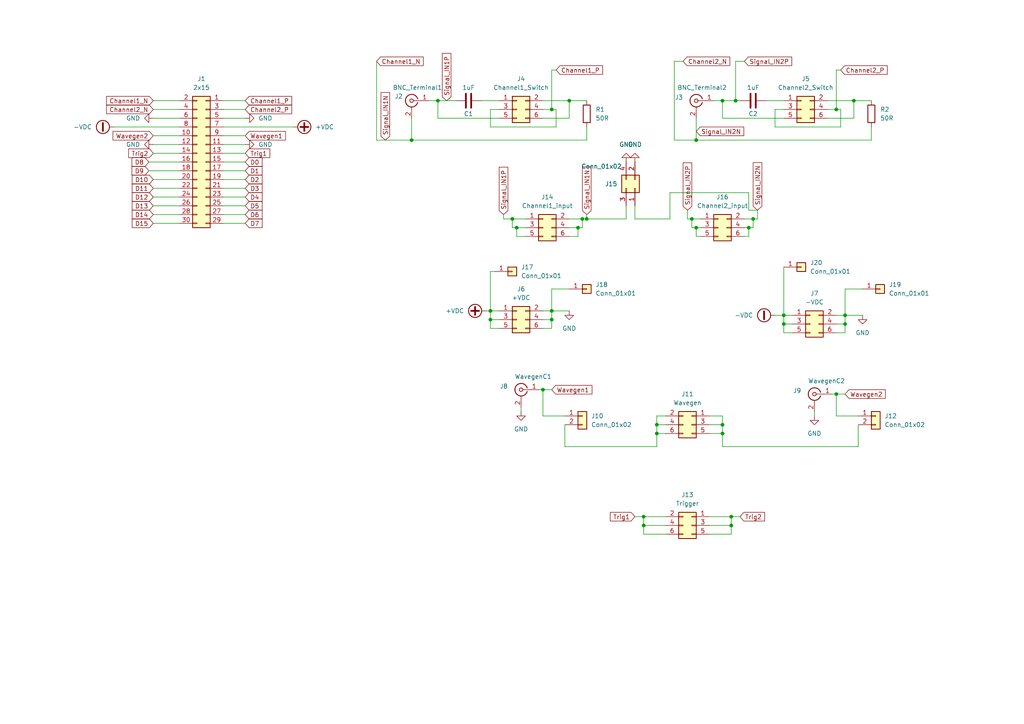
<source format=kicad_sch>
(kicad_sch
	(version 20231120)
	(generator "eeschema")
	(generator_version "8.0")
	(uuid "8f250113-db44-4425-8c6f-001e49102e20")
	(paper "A4")
	(lib_symbols
		(symbol "Connector:Conn_Coaxial"
			(pin_names
				(offset 1.016) hide)
			(exclude_from_sim no)
			(in_bom yes)
			(on_board yes)
			(property "Reference" "J"
				(at 0.254 3.048 0)
				(effects
					(font
						(size 1.27 1.27)
					)
				)
			)
			(property "Value" "Conn_Coaxial"
				(at 2.921 0 90)
				(effects
					(font
						(size 1.27 1.27)
					)
				)
			)
			(property "Footprint" ""
				(at 0 0 0)
				(effects
					(font
						(size 1.27 1.27)
					)
					(hide yes)
				)
			)
			(property "Datasheet" " ~"
				(at 0 0 0)
				(effects
					(font
						(size 1.27 1.27)
					)
					(hide yes)
				)
			)
			(property "Description" "coaxial connector (BNC, SMA, SMB, SMC, Cinch/RCA, LEMO, ...)"
				(at 0 0 0)
				(effects
					(font
						(size 1.27 1.27)
					)
					(hide yes)
				)
			)
			(property "ki_keywords" "BNC SMA SMB SMC LEMO coaxial connector CINCH RCA MCX MMCX U.FL UMRF"
				(at 0 0 0)
				(effects
					(font
						(size 1.27 1.27)
					)
					(hide yes)
				)
			)
			(property "ki_fp_filters" "*BNC* *SMA* *SMB* *SMC* *Cinch* *LEMO* *UMRF* *MCX* *U.FL*"
				(at 0 0 0)
				(effects
					(font
						(size 1.27 1.27)
					)
					(hide yes)
				)
			)
			(symbol "Conn_Coaxial_0_1"
				(arc
					(start -1.778 -0.508)
					(mid 0.2311 -1.8066)
					(end 1.778 0)
					(stroke
						(width 0.254)
						(type default)
					)
					(fill
						(type none)
					)
				)
				(polyline
					(pts
						(xy -2.54 0) (xy -0.508 0)
					)
					(stroke
						(width 0)
						(type default)
					)
					(fill
						(type none)
					)
				)
				(polyline
					(pts
						(xy 0 -2.54) (xy 0 -1.778)
					)
					(stroke
						(width 0)
						(type default)
					)
					(fill
						(type none)
					)
				)
				(circle
					(center 0 0)
					(radius 0.508)
					(stroke
						(width 0.2032)
						(type default)
					)
					(fill
						(type none)
					)
				)
				(arc
					(start 1.778 0)
					(mid 0.2099 1.8101)
					(end -1.778 0.508)
					(stroke
						(width 0.254)
						(type default)
					)
					(fill
						(type none)
					)
				)
			)
			(symbol "Conn_Coaxial_1_1"
				(pin passive line
					(at -5.08 0 0)
					(length 2.54)
					(name "In"
						(effects
							(font
								(size 1.27 1.27)
							)
						)
					)
					(number "1"
						(effects
							(font
								(size 1.27 1.27)
							)
						)
					)
				)
				(pin passive line
					(at 0 -5.08 90)
					(length 2.54)
					(name "Ext"
						(effects
							(font
								(size 1.27 1.27)
							)
						)
					)
					(number "2"
						(effects
							(font
								(size 1.27 1.27)
							)
						)
					)
				)
			)
		)
		(symbol "Connector_Generic:Conn_01x01"
			(pin_names
				(offset 1.016) hide)
			(exclude_from_sim no)
			(in_bom yes)
			(on_board yes)
			(property "Reference" "J"
				(at 0 2.54 0)
				(effects
					(font
						(size 1.27 1.27)
					)
				)
			)
			(property "Value" "Conn_01x01"
				(at 0 -2.54 0)
				(effects
					(font
						(size 1.27 1.27)
					)
				)
			)
			(property "Footprint" ""
				(at 0 0 0)
				(effects
					(font
						(size 1.27 1.27)
					)
					(hide yes)
				)
			)
			(property "Datasheet" "~"
				(at 0 0 0)
				(effects
					(font
						(size 1.27 1.27)
					)
					(hide yes)
				)
			)
			(property "Description" "Generic connector, single row, 01x01, script generated (kicad-library-utils/schlib/autogen/connector/)"
				(at 0 0 0)
				(effects
					(font
						(size 1.27 1.27)
					)
					(hide yes)
				)
			)
			(property "ki_keywords" "connector"
				(at 0 0 0)
				(effects
					(font
						(size 1.27 1.27)
					)
					(hide yes)
				)
			)
			(property "ki_fp_filters" "Connector*:*_1x??_*"
				(at 0 0 0)
				(effects
					(font
						(size 1.27 1.27)
					)
					(hide yes)
				)
			)
			(symbol "Conn_01x01_1_1"
				(rectangle
					(start -1.27 0.127)
					(end 0 -0.127)
					(stroke
						(width 0.1524)
						(type default)
					)
					(fill
						(type none)
					)
				)
				(rectangle
					(start -1.27 1.27)
					(end 1.27 -1.27)
					(stroke
						(width 0.254)
						(type default)
					)
					(fill
						(type background)
					)
				)
				(pin passive line
					(at -5.08 0 0)
					(length 3.81)
					(name "Pin_1"
						(effects
							(font
								(size 1.27 1.27)
							)
						)
					)
					(number "1"
						(effects
							(font
								(size 1.27 1.27)
							)
						)
					)
				)
			)
		)
		(symbol "Connector_Generic:Conn_01x02"
			(pin_names
				(offset 1.016) hide)
			(exclude_from_sim no)
			(in_bom yes)
			(on_board yes)
			(property "Reference" "J"
				(at 0 2.54 0)
				(effects
					(font
						(size 1.27 1.27)
					)
				)
			)
			(property "Value" "Conn_01x02"
				(at 0 -5.08 0)
				(effects
					(font
						(size 1.27 1.27)
					)
				)
			)
			(property "Footprint" ""
				(at 0 0 0)
				(effects
					(font
						(size 1.27 1.27)
					)
					(hide yes)
				)
			)
			(property "Datasheet" "~"
				(at 0 0 0)
				(effects
					(font
						(size 1.27 1.27)
					)
					(hide yes)
				)
			)
			(property "Description" "Generic connector, single row, 01x02, script generated (kicad-library-utils/schlib/autogen/connector/)"
				(at 0 0 0)
				(effects
					(font
						(size 1.27 1.27)
					)
					(hide yes)
				)
			)
			(property "ki_keywords" "connector"
				(at 0 0 0)
				(effects
					(font
						(size 1.27 1.27)
					)
					(hide yes)
				)
			)
			(property "ki_fp_filters" "Connector*:*_1x??_*"
				(at 0 0 0)
				(effects
					(font
						(size 1.27 1.27)
					)
					(hide yes)
				)
			)
			(symbol "Conn_01x02_1_1"
				(rectangle
					(start -1.27 -2.413)
					(end 0 -2.667)
					(stroke
						(width 0.1524)
						(type default)
					)
					(fill
						(type none)
					)
				)
				(rectangle
					(start -1.27 0.127)
					(end 0 -0.127)
					(stroke
						(width 0.1524)
						(type default)
					)
					(fill
						(type none)
					)
				)
				(rectangle
					(start -1.27 1.27)
					(end 1.27 -3.81)
					(stroke
						(width 0.254)
						(type default)
					)
					(fill
						(type background)
					)
				)
				(pin passive line
					(at -5.08 0 0)
					(length 3.81)
					(name "Pin_1"
						(effects
							(font
								(size 1.27 1.27)
							)
						)
					)
					(number "1"
						(effects
							(font
								(size 1.27 1.27)
							)
						)
					)
				)
				(pin passive line
					(at -5.08 -2.54 0)
					(length 3.81)
					(name "Pin_2"
						(effects
							(font
								(size 1.27 1.27)
							)
						)
					)
					(number "2"
						(effects
							(font
								(size 1.27 1.27)
							)
						)
					)
				)
			)
		)
		(symbol "Connector_Generic:Conn_02x02_Odd_Even"
			(pin_names
				(offset 1.016) hide)
			(exclude_from_sim no)
			(in_bom yes)
			(on_board yes)
			(property "Reference" "J"
				(at 1.27 2.54 0)
				(effects
					(font
						(size 1.27 1.27)
					)
				)
			)
			(property "Value" "Conn_02x02_Odd_Even"
				(at 1.27 -5.08 0)
				(effects
					(font
						(size 1.27 1.27)
					)
				)
			)
			(property "Footprint" ""
				(at 0 0 0)
				(effects
					(font
						(size 1.27 1.27)
					)
					(hide yes)
				)
			)
			(property "Datasheet" "~"
				(at 0 0 0)
				(effects
					(font
						(size 1.27 1.27)
					)
					(hide yes)
				)
			)
			(property "Description" "Generic connector, double row, 02x02, odd/even pin numbering scheme (row 1 odd numbers, row 2 even numbers), script generated (kicad-library-utils/schlib/autogen/connector/)"
				(at 0 0 0)
				(effects
					(font
						(size 1.27 1.27)
					)
					(hide yes)
				)
			)
			(property "ki_keywords" "connector"
				(at 0 0 0)
				(effects
					(font
						(size 1.27 1.27)
					)
					(hide yes)
				)
			)
			(property "ki_fp_filters" "Connector*:*_2x??_*"
				(at 0 0 0)
				(effects
					(font
						(size 1.27 1.27)
					)
					(hide yes)
				)
			)
			(symbol "Conn_02x02_Odd_Even_1_1"
				(rectangle
					(start -1.27 -2.413)
					(end 0 -2.667)
					(stroke
						(width 0.1524)
						(type default)
					)
					(fill
						(type none)
					)
				)
				(rectangle
					(start -1.27 0.127)
					(end 0 -0.127)
					(stroke
						(width 0.1524)
						(type default)
					)
					(fill
						(type none)
					)
				)
				(rectangle
					(start -1.27 1.27)
					(end 3.81 -3.81)
					(stroke
						(width 0.254)
						(type default)
					)
					(fill
						(type background)
					)
				)
				(rectangle
					(start 3.81 -2.413)
					(end 2.54 -2.667)
					(stroke
						(width 0.1524)
						(type default)
					)
					(fill
						(type none)
					)
				)
				(rectangle
					(start 3.81 0.127)
					(end 2.54 -0.127)
					(stroke
						(width 0.1524)
						(type default)
					)
					(fill
						(type none)
					)
				)
				(pin passive line
					(at -5.08 0 0)
					(length 3.81)
					(name "Pin_1"
						(effects
							(font
								(size 1.27 1.27)
							)
						)
					)
					(number "1"
						(effects
							(font
								(size 1.27 1.27)
							)
						)
					)
				)
				(pin passive line
					(at 7.62 0 180)
					(length 3.81)
					(name "Pin_2"
						(effects
							(font
								(size 1.27 1.27)
							)
						)
					)
					(number "2"
						(effects
							(font
								(size 1.27 1.27)
							)
						)
					)
				)
				(pin passive line
					(at -5.08 -2.54 0)
					(length 3.81)
					(name "Pin_3"
						(effects
							(font
								(size 1.27 1.27)
							)
						)
					)
					(number "3"
						(effects
							(font
								(size 1.27 1.27)
							)
						)
					)
				)
				(pin passive line
					(at 7.62 -2.54 180)
					(length 3.81)
					(name "Pin_4"
						(effects
							(font
								(size 1.27 1.27)
							)
						)
					)
					(number "4"
						(effects
							(font
								(size 1.27 1.27)
							)
						)
					)
				)
			)
		)
		(symbol "Connector_Generic:Conn_02x03_Odd_Even"
			(pin_names
				(offset 1.016) hide)
			(exclude_from_sim no)
			(in_bom yes)
			(on_board yes)
			(property "Reference" "J"
				(at 1.27 5.08 0)
				(effects
					(font
						(size 1.27 1.27)
					)
				)
			)
			(property "Value" "Conn_02x03_Odd_Even"
				(at 1.27 -5.08 0)
				(effects
					(font
						(size 1.27 1.27)
					)
				)
			)
			(property "Footprint" ""
				(at 0 0 0)
				(effects
					(font
						(size 1.27 1.27)
					)
					(hide yes)
				)
			)
			(property "Datasheet" "~"
				(at 0 0 0)
				(effects
					(font
						(size 1.27 1.27)
					)
					(hide yes)
				)
			)
			(property "Description" "Generic connector, double row, 02x03, odd/even pin numbering scheme (row 1 odd numbers, row 2 even numbers), script generated (kicad-library-utils/schlib/autogen/connector/)"
				(at 0 0 0)
				(effects
					(font
						(size 1.27 1.27)
					)
					(hide yes)
				)
			)
			(property "ki_keywords" "connector"
				(at 0 0 0)
				(effects
					(font
						(size 1.27 1.27)
					)
					(hide yes)
				)
			)
			(property "ki_fp_filters" "Connector*:*_2x??_*"
				(at 0 0 0)
				(effects
					(font
						(size 1.27 1.27)
					)
					(hide yes)
				)
			)
			(symbol "Conn_02x03_Odd_Even_1_1"
				(rectangle
					(start -1.27 -2.413)
					(end 0 -2.667)
					(stroke
						(width 0.1524)
						(type default)
					)
					(fill
						(type none)
					)
				)
				(rectangle
					(start -1.27 0.127)
					(end 0 -0.127)
					(stroke
						(width 0.1524)
						(type default)
					)
					(fill
						(type none)
					)
				)
				(rectangle
					(start -1.27 2.667)
					(end 0 2.413)
					(stroke
						(width 0.1524)
						(type default)
					)
					(fill
						(type none)
					)
				)
				(rectangle
					(start -1.27 3.81)
					(end 3.81 -3.81)
					(stroke
						(width 0.254)
						(type default)
					)
					(fill
						(type background)
					)
				)
				(rectangle
					(start 3.81 -2.413)
					(end 2.54 -2.667)
					(stroke
						(width 0.1524)
						(type default)
					)
					(fill
						(type none)
					)
				)
				(rectangle
					(start 3.81 0.127)
					(end 2.54 -0.127)
					(stroke
						(width 0.1524)
						(type default)
					)
					(fill
						(type none)
					)
				)
				(rectangle
					(start 3.81 2.667)
					(end 2.54 2.413)
					(stroke
						(width 0.1524)
						(type default)
					)
					(fill
						(type none)
					)
				)
				(pin passive line
					(at -5.08 2.54 0)
					(length 3.81)
					(name "Pin_1"
						(effects
							(font
								(size 1.27 1.27)
							)
						)
					)
					(number "1"
						(effects
							(font
								(size 1.27 1.27)
							)
						)
					)
				)
				(pin passive line
					(at 7.62 2.54 180)
					(length 3.81)
					(name "Pin_2"
						(effects
							(font
								(size 1.27 1.27)
							)
						)
					)
					(number "2"
						(effects
							(font
								(size 1.27 1.27)
							)
						)
					)
				)
				(pin passive line
					(at -5.08 0 0)
					(length 3.81)
					(name "Pin_3"
						(effects
							(font
								(size 1.27 1.27)
							)
						)
					)
					(number "3"
						(effects
							(font
								(size 1.27 1.27)
							)
						)
					)
				)
				(pin passive line
					(at 7.62 0 180)
					(length 3.81)
					(name "Pin_4"
						(effects
							(font
								(size 1.27 1.27)
							)
						)
					)
					(number "4"
						(effects
							(font
								(size 1.27 1.27)
							)
						)
					)
				)
				(pin passive line
					(at -5.08 -2.54 0)
					(length 3.81)
					(name "Pin_5"
						(effects
							(font
								(size 1.27 1.27)
							)
						)
					)
					(number "5"
						(effects
							(font
								(size 1.27 1.27)
							)
						)
					)
				)
				(pin passive line
					(at 7.62 -2.54 180)
					(length 3.81)
					(name "Pin_6"
						(effects
							(font
								(size 1.27 1.27)
							)
						)
					)
					(number "6"
						(effects
							(font
								(size 1.27 1.27)
							)
						)
					)
				)
			)
		)
		(symbol "Connector_Generic:Conn_02x15_Odd_Even"
			(pin_names
				(offset 1.016) hide)
			(exclude_from_sim no)
			(in_bom yes)
			(on_board yes)
			(property "Reference" "J"
				(at 1.27 20.32 0)
				(effects
					(font
						(size 1.27 1.27)
					)
				)
			)
			(property "Value" "Conn_02x15_Odd_Even"
				(at 1.27 -20.32 0)
				(effects
					(font
						(size 1.27 1.27)
					)
				)
			)
			(property "Footprint" ""
				(at 0 0 0)
				(effects
					(font
						(size 1.27 1.27)
					)
					(hide yes)
				)
			)
			(property "Datasheet" "~"
				(at 0 0 0)
				(effects
					(font
						(size 1.27 1.27)
					)
					(hide yes)
				)
			)
			(property "Description" "Generic connector, double row, 02x15, odd/even pin numbering scheme (row 1 odd numbers, row 2 even numbers), script generated (kicad-library-utils/schlib/autogen/connector/)"
				(at 0 0 0)
				(effects
					(font
						(size 1.27 1.27)
					)
					(hide yes)
				)
			)
			(property "ki_keywords" "connector"
				(at 0 0 0)
				(effects
					(font
						(size 1.27 1.27)
					)
					(hide yes)
				)
			)
			(property "ki_fp_filters" "Connector*:*_2x??_*"
				(at 0 0 0)
				(effects
					(font
						(size 1.27 1.27)
					)
					(hide yes)
				)
			)
			(symbol "Conn_02x15_Odd_Even_1_1"
				(rectangle
					(start -1.27 -17.653)
					(end 0 -17.907)
					(stroke
						(width 0.1524)
						(type default)
					)
					(fill
						(type none)
					)
				)
				(rectangle
					(start -1.27 -15.113)
					(end 0 -15.367)
					(stroke
						(width 0.1524)
						(type default)
					)
					(fill
						(type none)
					)
				)
				(rectangle
					(start -1.27 -12.573)
					(end 0 -12.827)
					(stroke
						(width 0.1524)
						(type default)
					)
					(fill
						(type none)
					)
				)
				(rectangle
					(start -1.27 -10.033)
					(end 0 -10.287)
					(stroke
						(width 0.1524)
						(type default)
					)
					(fill
						(type none)
					)
				)
				(rectangle
					(start -1.27 -7.493)
					(end 0 -7.747)
					(stroke
						(width 0.1524)
						(type default)
					)
					(fill
						(type none)
					)
				)
				(rectangle
					(start -1.27 -4.953)
					(end 0 -5.207)
					(stroke
						(width 0.1524)
						(type default)
					)
					(fill
						(type none)
					)
				)
				(rectangle
					(start -1.27 -2.413)
					(end 0 -2.667)
					(stroke
						(width 0.1524)
						(type default)
					)
					(fill
						(type none)
					)
				)
				(rectangle
					(start -1.27 0.127)
					(end 0 -0.127)
					(stroke
						(width 0.1524)
						(type default)
					)
					(fill
						(type none)
					)
				)
				(rectangle
					(start -1.27 2.667)
					(end 0 2.413)
					(stroke
						(width 0.1524)
						(type default)
					)
					(fill
						(type none)
					)
				)
				(rectangle
					(start -1.27 5.207)
					(end 0 4.953)
					(stroke
						(width 0.1524)
						(type default)
					)
					(fill
						(type none)
					)
				)
				(rectangle
					(start -1.27 7.747)
					(end 0 7.493)
					(stroke
						(width 0.1524)
						(type default)
					)
					(fill
						(type none)
					)
				)
				(rectangle
					(start -1.27 10.287)
					(end 0 10.033)
					(stroke
						(width 0.1524)
						(type default)
					)
					(fill
						(type none)
					)
				)
				(rectangle
					(start -1.27 12.827)
					(end 0 12.573)
					(stroke
						(width 0.1524)
						(type default)
					)
					(fill
						(type none)
					)
				)
				(rectangle
					(start -1.27 15.367)
					(end 0 15.113)
					(stroke
						(width 0.1524)
						(type default)
					)
					(fill
						(type none)
					)
				)
				(rectangle
					(start -1.27 17.907)
					(end 0 17.653)
					(stroke
						(width 0.1524)
						(type default)
					)
					(fill
						(type none)
					)
				)
				(rectangle
					(start -1.27 19.05)
					(end 3.81 -19.05)
					(stroke
						(width 0.254)
						(type default)
					)
					(fill
						(type background)
					)
				)
				(rectangle
					(start 3.81 -17.653)
					(end 2.54 -17.907)
					(stroke
						(width 0.1524)
						(type default)
					)
					(fill
						(type none)
					)
				)
				(rectangle
					(start 3.81 -15.113)
					(end 2.54 -15.367)
					(stroke
						(width 0.1524)
						(type default)
					)
					(fill
						(type none)
					)
				)
				(rectangle
					(start 3.81 -12.573)
					(end 2.54 -12.827)
					(stroke
						(width 0.1524)
						(type default)
					)
					(fill
						(type none)
					)
				)
				(rectangle
					(start 3.81 -10.033)
					(end 2.54 -10.287)
					(stroke
						(width 0.1524)
						(type default)
					)
					(fill
						(type none)
					)
				)
				(rectangle
					(start 3.81 -7.493)
					(end 2.54 -7.747)
					(stroke
						(width 0.1524)
						(type default)
					)
					(fill
						(type none)
					)
				)
				(rectangle
					(start 3.81 -4.953)
					(end 2.54 -5.207)
					(stroke
						(width 0.1524)
						(type default)
					)
					(fill
						(type none)
					)
				)
				(rectangle
					(start 3.81 -2.413)
					(end 2.54 -2.667)
					(stroke
						(width 0.1524)
						(type default)
					)
					(fill
						(type none)
					)
				)
				(rectangle
					(start 3.81 0.127)
					(end 2.54 -0.127)
					(stroke
						(width 0.1524)
						(type default)
					)
					(fill
						(type none)
					)
				)
				(rectangle
					(start 3.81 2.667)
					(end 2.54 2.413)
					(stroke
						(width 0.1524)
						(type default)
					)
					(fill
						(type none)
					)
				)
				(rectangle
					(start 3.81 5.207)
					(end 2.54 4.953)
					(stroke
						(width 0.1524)
						(type default)
					)
					(fill
						(type none)
					)
				)
				(rectangle
					(start 3.81 7.747)
					(end 2.54 7.493)
					(stroke
						(width 0.1524)
						(type default)
					)
					(fill
						(type none)
					)
				)
				(rectangle
					(start 3.81 10.287)
					(end 2.54 10.033)
					(stroke
						(width 0.1524)
						(type default)
					)
					(fill
						(type none)
					)
				)
				(rectangle
					(start 3.81 12.827)
					(end 2.54 12.573)
					(stroke
						(width 0.1524)
						(type default)
					)
					(fill
						(type none)
					)
				)
				(rectangle
					(start 3.81 15.367)
					(end 2.54 15.113)
					(stroke
						(width 0.1524)
						(type default)
					)
					(fill
						(type none)
					)
				)
				(rectangle
					(start 3.81 17.907)
					(end 2.54 17.653)
					(stroke
						(width 0.1524)
						(type default)
					)
					(fill
						(type none)
					)
				)
				(pin passive line
					(at -5.08 17.78 0)
					(length 3.81)
					(name "Pin_1"
						(effects
							(font
								(size 1.27 1.27)
							)
						)
					)
					(number "1"
						(effects
							(font
								(size 1.27 1.27)
							)
						)
					)
				)
				(pin passive line
					(at 7.62 7.62 180)
					(length 3.81)
					(name "Pin_10"
						(effects
							(font
								(size 1.27 1.27)
							)
						)
					)
					(number "10"
						(effects
							(font
								(size 1.27 1.27)
							)
						)
					)
				)
				(pin passive line
					(at -5.08 5.08 0)
					(length 3.81)
					(name "Pin_11"
						(effects
							(font
								(size 1.27 1.27)
							)
						)
					)
					(number "11"
						(effects
							(font
								(size 1.27 1.27)
							)
						)
					)
				)
				(pin passive line
					(at 7.62 5.08 180)
					(length 3.81)
					(name "Pin_12"
						(effects
							(font
								(size 1.27 1.27)
							)
						)
					)
					(number "12"
						(effects
							(font
								(size 1.27 1.27)
							)
						)
					)
				)
				(pin passive line
					(at -5.08 2.54 0)
					(length 3.81)
					(name "Pin_13"
						(effects
							(font
								(size 1.27 1.27)
							)
						)
					)
					(number "13"
						(effects
							(font
								(size 1.27 1.27)
							)
						)
					)
				)
				(pin passive line
					(at 7.62 2.54 180)
					(length 3.81)
					(name "Pin_14"
						(effects
							(font
								(size 1.27 1.27)
							)
						)
					)
					(number "14"
						(effects
							(font
								(size 1.27 1.27)
							)
						)
					)
				)
				(pin passive line
					(at -5.08 0 0)
					(length 3.81)
					(name "Pin_15"
						(effects
							(font
								(size 1.27 1.27)
							)
						)
					)
					(number "15"
						(effects
							(font
								(size 1.27 1.27)
							)
						)
					)
				)
				(pin passive line
					(at 7.62 0 180)
					(length 3.81)
					(name "Pin_16"
						(effects
							(font
								(size 1.27 1.27)
							)
						)
					)
					(number "16"
						(effects
							(font
								(size 1.27 1.27)
							)
						)
					)
				)
				(pin passive line
					(at -5.08 -2.54 0)
					(length 3.81)
					(name "Pin_17"
						(effects
							(font
								(size 1.27 1.27)
							)
						)
					)
					(number "17"
						(effects
							(font
								(size 1.27 1.27)
							)
						)
					)
				)
				(pin passive line
					(at 7.62 -2.54 180)
					(length 3.81)
					(name "Pin_18"
						(effects
							(font
								(size 1.27 1.27)
							)
						)
					)
					(number "18"
						(effects
							(font
								(size 1.27 1.27)
							)
						)
					)
				)
				(pin passive line
					(at -5.08 -5.08 0)
					(length 3.81)
					(name "Pin_19"
						(effects
							(font
								(size 1.27 1.27)
							)
						)
					)
					(number "19"
						(effects
							(font
								(size 1.27 1.27)
							)
						)
					)
				)
				(pin passive line
					(at 7.62 17.78 180)
					(length 3.81)
					(name "Pin_2"
						(effects
							(font
								(size 1.27 1.27)
							)
						)
					)
					(number "2"
						(effects
							(font
								(size 1.27 1.27)
							)
						)
					)
				)
				(pin passive line
					(at 7.62 -5.08 180)
					(length 3.81)
					(name "Pin_20"
						(effects
							(font
								(size 1.27 1.27)
							)
						)
					)
					(number "20"
						(effects
							(font
								(size 1.27 1.27)
							)
						)
					)
				)
				(pin passive line
					(at -5.08 -7.62 0)
					(length 3.81)
					(name "Pin_21"
						(effects
							(font
								(size 1.27 1.27)
							)
						)
					)
					(number "21"
						(effects
							(font
								(size 1.27 1.27)
							)
						)
					)
				)
				(pin passive line
					(at 7.62 -7.62 180)
					(length 3.81)
					(name "Pin_22"
						(effects
							(font
								(size 1.27 1.27)
							)
						)
					)
					(number "22"
						(effects
							(font
								(size 1.27 1.27)
							)
						)
					)
				)
				(pin passive line
					(at -5.08 -10.16 0)
					(length 3.81)
					(name "Pin_23"
						(effects
							(font
								(size 1.27 1.27)
							)
						)
					)
					(number "23"
						(effects
							(font
								(size 1.27 1.27)
							)
						)
					)
				)
				(pin passive line
					(at 7.62 -10.16 180)
					(length 3.81)
					(name "Pin_24"
						(effects
							(font
								(size 1.27 1.27)
							)
						)
					)
					(number "24"
						(effects
							(font
								(size 1.27 1.27)
							)
						)
					)
				)
				(pin passive line
					(at -5.08 -12.7 0)
					(length 3.81)
					(name "Pin_25"
						(effects
							(font
								(size 1.27 1.27)
							)
						)
					)
					(number "25"
						(effects
							(font
								(size 1.27 1.27)
							)
						)
					)
				)
				(pin passive line
					(at 7.62 -12.7 180)
					(length 3.81)
					(name "Pin_26"
						(effects
							(font
								(size 1.27 1.27)
							)
						)
					)
					(number "26"
						(effects
							(font
								(size 1.27 1.27)
							)
						)
					)
				)
				(pin passive line
					(at -5.08 -15.24 0)
					(length 3.81)
					(name "Pin_27"
						(effects
							(font
								(size 1.27 1.27)
							)
						)
					)
					(number "27"
						(effects
							(font
								(size 1.27 1.27)
							)
						)
					)
				)
				(pin passive line
					(at 7.62 -15.24 180)
					(length 3.81)
					(name "Pin_28"
						(effects
							(font
								(size 1.27 1.27)
							)
						)
					)
					(number "28"
						(effects
							(font
								(size 1.27 1.27)
							)
						)
					)
				)
				(pin passive line
					(at -5.08 -17.78 0)
					(length 3.81)
					(name "Pin_29"
						(effects
							(font
								(size 1.27 1.27)
							)
						)
					)
					(number "29"
						(effects
							(font
								(size 1.27 1.27)
							)
						)
					)
				)
				(pin passive line
					(at -5.08 15.24 0)
					(length 3.81)
					(name "Pin_3"
						(effects
							(font
								(size 1.27 1.27)
							)
						)
					)
					(number "3"
						(effects
							(font
								(size 1.27 1.27)
							)
						)
					)
				)
				(pin passive line
					(at 7.62 -17.78 180)
					(length 3.81)
					(name "Pin_30"
						(effects
							(font
								(size 1.27 1.27)
							)
						)
					)
					(number "30"
						(effects
							(font
								(size 1.27 1.27)
							)
						)
					)
				)
				(pin passive line
					(at 7.62 15.24 180)
					(length 3.81)
					(name "Pin_4"
						(effects
							(font
								(size 1.27 1.27)
							)
						)
					)
					(number "4"
						(effects
							(font
								(size 1.27 1.27)
							)
						)
					)
				)
				(pin passive line
					(at -5.08 12.7 0)
					(length 3.81)
					(name "Pin_5"
						(effects
							(font
								(size 1.27 1.27)
							)
						)
					)
					(number "5"
						(effects
							(font
								(size 1.27 1.27)
							)
						)
					)
				)
				(pin passive line
					(at 7.62 12.7 180)
					(length 3.81)
					(name "Pin_6"
						(effects
							(font
								(size 1.27 1.27)
							)
						)
					)
					(number "6"
						(effects
							(font
								(size 1.27 1.27)
							)
						)
					)
				)
				(pin passive line
					(at -5.08 10.16 0)
					(length 3.81)
					(name "Pin_7"
						(effects
							(font
								(size 1.27 1.27)
							)
						)
					)
					(number "7"
						(effects
							(font
								(size 1.27 1.27)
							)
						)
					)
				)
				(pin passive line
					(at 7.62 10.16 180)
					(length 3.81)
					(name "Pin_8"
						(effects
							(font
								(size 1.27 1.27)
							)
						)
					)
					(number "8"
						(effects
							(font
								(size 1.27 1.27)
							)
						)
					)
				)
				(pin passive line
					(at -5.08 7.62 0)
					(length 3.81)
					(name "Pin_9"
						(effects
							(font
								(size 1.27 1.27)
							)
						)
					)
					(number "9"
						(effects
							(font
								(size 1.27 1.27)
							)
						)
					)
				)
			)
		)
		(symbol "Device:C"
			(pin_numbers hide)
			(pin_names
				(offset 0.254)
			)
			(exclude_from_sim no)
			(in_bom yes)
			(on_board yes)
			(property "Reference" "C"
				(at 0.635 2.54 0)
				(effects
					(font
						(size 1.27 1.27)
					)
					(justify left)
				)
			)
			(property "Value" "C"
				(at 0.635 -2.54 0)
				(effects
					(font
						(size 1.27 1.27)
					)
					(justify left)
				)
			)
			(property "Footprint" ""
				(at 0.9652 -3.81 0)
				(effects
					(font
						(size 1.27 1.27)
					)
					(hide yes)
				)
			)
			(property "Datasheet" "~"
				(at 0 0 0)
				(effects
					(font
						(size 1.27 1.27)
					)
					(hide yes)
				)
			)
			(property "Description" "Unpolarized capacitor"
				(at 0 0 0)
				(effects
					(font
						(size 1.27 1.27)
					)
					(hide yes)
				)
			)
			(property "ki_keywords" "cap capacitor"
				(at 0 0 0)
				(effects
					(font
						(size 1.27 1.27)
					)
					(hide yes)
				)
			)
			(property "ki_fp_filters" "C_*"
				(at 0 0 0)
				(effects
					(font
						(size 1.27 1.27)
					)
					(hide yes)
				)
			)
			(symbol "C_0_1"
				(polyline
					(pts
						(xy -2.032 -0.762) (xy 2.032 -0.762)
					)
					(stroke
						(width 0.508)
						(type default)
					)
					(fill
						(type none)
					)
				)
				(polyline
					(pts
						(xy -2.032 0.762) (xy 2.032 0.762)
					)
					(stroke
						(width 0.508)
						(type default)
					)
					(fill
						(type none)
					)
				)
			)
			(symbol "C_1_1"
				(pin passive line
					(at 0 3.81 270)
					(length 2.794)
					(name "~"
						(effects
							(font
								(size 1.27 1.27)
							)
						)
					)
					(number "1"
						(effects
							(font
								(size 1.27 1.27)
							)
						)
					)
				)
				(pin passive line
					(at 0 -3.81 90)
					(length 2.794)
					(name "~"
						(effects
							(font
								(size 1.27 1.27)
							)
						)
					)
					(number "2"
						(effects
							(font
								(size 1.27 1.27)
							)
						)
					)
				)
			)
		)
		(symbol "Device:R"
			(pin_numbers hide)
			(pin_names
				(offset 0)
			)
			(exclude_from_sim no)
			(in_bom yes)
			(on_board yes)
			(property "Reference" "R"
				(at 2.032 0 90)
				(effects
					(font
						(size 1.27 1.27)
					)
				)
			)
			(property "Value" "R"
				(at 0 0 90)
				(effects
					(font
						(size 1.27 1.27)
					)
				)
			)
			(property "Footprint" ""
				(at -1.778 0 90)
				(effects
					(font
						(size 1.27 1.27)
					)
					(hide yes)
				)
			)
			(property "Datasheet" "~"
				(at 0 0 0)
				(effects
					(font
						(size 1.27 1.27)
					)
					(hide yes)
				)
			)
			(property "Description" "Resistor"
				(at 0 0 0)
				(effects
					(font
						(size 1.27 1.27)
					)
					(hide yes)
				)
			)
			(property "ki_keywords" "R res resistor"
				(at 0 0 0)
				(effects
					(font
						(size 1.27 1.27)
					)
					(hide yes)
				)
			)
			(property "ki_fp_filters" "R_*"
				(at 0 0 0)
				(effects
					(font
						(size 1.27 1.27)
					)
					(hide yes)
				)
			)
			(symbol "R_0_1"
				(rectangle
					(start -1.016 -2.54)
					(end 1.016 2.54)
					(stroke
						(width 0.254)
						(type default)
					)
					(fill
						(type none)
					)
				)
			)
			(symbol "R_1_1"
				(pin passive line
					(at 0 3.81 270)
					(length 1.27)
					(name "~"
						(effects
							(font
								(size 1.27 1.27)
							)
						)
					)
					(number "1"
						(effects
							(font
								(size 1.27 1.27)
							)
						)
					)
				)
				(pin passive line
					(at 0 -3.81 90)
					(length 1.27)
					(name "~"
						(effects
							(font
								(size 1.27 1.27)
							)
						)
					)
					(number "2"
						(effects
							(font
								(size 1.27 1.27)
							)
						)
					)
				)
			)
		)
		(symbol "power:+VDC"
			(power)
			(pin_names
				(offset 0)
			)
			(exclude_from_sim no)
			(in_bom yes)
			(on_board yes)
			(property "Reference" "#PWR"
				(at 0 -2.54 0)
				(effects
					(font
						(size 1.27 1.27)
					)
					(hide yes)
				)
			)
			(property "Value" "+VDC"
				(at 0 6.35 0)
				(effects
					(font
						(size 1.27 1.27)
					)
				)
			)
			(property "Footprint" ""
				(at 0 0 0)
				(effects
					(font
						(size 1.27 1.27)
					)
					(hide yes)
				)
			)
			(property "Datasheet" ""
				(at 0 0 0)
				(effects
					(font
						(size 1.27 1.27)
					)
					(hide yes)
				)
			)
			(property "Description" "Power symbol creates a global label with name \"+VDC\""
				(at 0 0 0)
				(effects
					(font
						(size 1.27 1.27)
					)
					(hide yes)
				)
			)
			(property "ki_keywords" "global power"
				(at 0 0 0)
				(effects
					(font
						(size 1.27 1.27)
					)
					(hide yes)
				)
			)
			(symbol "+VDC_0_1"
				(polyline
					(pts
						(xy -1.143 3.175) (xy 1.143 3.175)
					)
					(stroke
						(width 0.508)
						(type default)
					)
					(fill
						(type none)
					)
				)
				(polyline
					(pts
						(xy 0 0) (xy 0 1.27)
					)
					(stroke
						(width 0)
						(type default)
					)
					(fill
						(type none)
					)
				)
				(polyline
					(pts
						(xy 0 2.032) (xy 0 4.318)
					)
					(stroke
						(width 0.508)
						(type default)
					)
					(fill
						(type none)
					)
				)
				(circle
					(center 0 3.175)
					(radius 1.905)
					(stroke
						(width 0.254)
						(type default)
					)
					(fill
						(type none)
					)
				)
			)
			(symbol "+VDC_1_1"
				(pin power_in line
					(at 0 0 90)
					(length 0) hide
					(name "+VDC"
						(effects
							(font
								(size 1.27 1.27)
							)
						)
					)
					(number "1"
						(effects
							(font
								(size 1.27 1.27)
							)
						)
					)
				)
			)
		)
		(symbol "power:-VDC"
			(power)
			(pin_names
				(offset 0)
			)
			(exclude_from_sim no)
			(in_bom yes)
			(on_board yes)
			(property "Reference" "#PWR"
				(at 0 -2.54 0)
				(effects
					(font
						(size 1.27 1.27)
					)
					(hide yes)
				)
			)
			(property "Value" "-VDC"
				(at 0 6.35 0)
				(effects
					(font
						(size 1.27 1.27)
					)
				)
			)
			(property "Footprint" ""
				(at 0 0 0)
				(effects
					(font
						(size 1.27 1.27)
					)
					(hide yes)
				)
			)
			(property "Datasheet" ""
				(at 0 0 0)
				(effects
					(font
						(size 1.27 1.27)
					)
					(hide yes)
				)
			)
			(property "Description" "Power symbol creates a global label with name \"-VDC\""
				(at 0 0 0)
				(effects
					(font
						(size 1.27 1.27)
					)
					(hide yes)
				)
			)
			(property "ki_keywords" "global power"
				(at 0 0 0)
				(effects
					(font
						(size 1.27 1.27)
					)
					(hide yes)
				)
			)
			(symbol "-VDC_0_1"
				(polyline
					(pts
						(xy -1.143 3.175) (xy 1.143 3.175)
					)
					(stroke
						(width 0.508)
						(type default)
					)
					(fill
						(type none)
					)
				)
				(polyline
					(pts
						(xy 0 0) (xy 0 1.27)
					)
					(stroke
						(width 0)
						(type default)
					)
					(fill
						(type none)
					)
				)
				(circle
					(center 0 3.175)
					(radius 1.905)
					(stroke
						(width 0.254)
						(type default)
					)
					(fill
						(type none)
					)
				)
			)
			(symbol "-VDC_1_1"
				(pin power_in line
					(at 0 0 90)
					(length 0) hide
					(name "-VDC"
						(effects
							(font
								(size 1.27 1.27)
							)
						)
					)
					(number "1"
						(effects
							(font
								(size 1.27 1.27)
							)
						)
					)
				)
			)
		)
		(symbol "power:GND"
			(power)
			(pin_names
				(offset 0)
			)
			(exclude_from_sim no)
			(in_bom yes)
			(on_board yes)
			(property "Reference" "#PWR"
				(at 0 -6.35 0)
				(effects
					(font
						(size 1.27 1.27)
					)
					(hide yes)
				)
			)
			(property "Value" "GND"
				(at 0 -3.81 0)
				(effects
					(font
						(size 1.27 1.27)
					)
				)
			)
			(property "Footprint" ""
				(at 0 0 0)
				(effects
					(font
						(size 1.27 1.27)
					)
					(hide yes)
				)
			)
			(property "Datasheet" ""
				(at 0 0 0)
				(effects
					(font
						(size 1.27 1.27)
					)
					(hide yes)
				)
			)
			(property "Description" "Power symbol creates a global label with name \"GND\" , ground"
				(at 0 0 0)
				(effects
					(font
						(size 1.27 1.27)
					)
					(hide yes)
				)
			)
			(property "ki_keywords" "global power"
				(at 0 0 0)
				(effects
					(font
						(size 1.27 1.27)
					)
					(hide yes)
				)
			)
			(symbol "GND_0_1"
				(polyline
					(pts
						(xy 0 0) (xy 0 -1.27) (xy 1.27 -1.27) (xy 0 -2.54) (xy -1.27 -1.27) (xy 0 -1.27)
					)
					(stroke
						(width 0)
						(type default)
					)
					(fill
						(type none)
					)
				)
			)
			(symbol "GND_1_1"
				(pin power_in line
					(at 0 0 270)
					(length 0) hide
					(name "GND"
						(effects
							(font
								(size 1.27 1.27)
							)
						)
					)
					(number "1"
						(effects
							(font
								(size 1.27 1.27)
							)
						)
					)
				)
			)
		)
	)
	(junction
		(at 201.93 66.04)
		(diameter 0)
		(color 0 0 0 0)
		(uuid "0286e2db-8685-4ea3-8093-e3c1b128d7d8")
	)
	(junction
		(at 165.1 29.21)
		(diameter 0)
		(color 0 0 0 0)
		(uuid "09fad0b3-4581-44ca-b5fc-c48bb1674b04")
	)
	(junction
		(at 160.02 31.75)
		(diameter 0)
		(color 0 0 0 0)
		(uuid "1c93f81b-f592-4a1b-b419-a505b57c4805")
	)
	(junction
		(at 209.55 125.73)
		(diameter 0)
		(color 0 0 0 0)
		(uuid "22d79e86-a390-4058-bd0b-acf74bba7f29")
	)
	(junction
		(at 148.59 63.5)
		(diameter 0)
		(color 0 0 0 0)
		(uuid "3a2cebc0-5d8a-40cf-b26d-a9af2da85263")
	)
	(junction
		(at 190.5 125.73)
		(diameter 0)
		(color 0 0 0 0)
		(uuid "3facf123-c72c-432e-be5c-fb52b60501e8")
	)
	(junction
		(at 247.65 29.21)
		(diameter 0)
		(color 0 0 0 0)
		(uuid "4c249a49-e110-40c1-b20b-f76db3b6c9f4")
	)
	(junction
		(at 160.02 90.17)
		(diameter 0)
		(color 0 0 0 0)
		(uuid "509eea7b-b2d2-478c-8589-2697b88a24b2")
	)
	(junction
		(at 190.5 123.19)
		(diameter 0)
		(color 0 0 0 0)
		(uuid "52a87b2a-e8bd-4fab-9039-b16c5d95c697")
	)
	(junction
		(at 245.11 93.98)
		(diameter 0)
		(color 0 0 0 0)
		(uuid "71714853-8e7c-4ad1-903c-1fae481a1880")
	)
	(junction
		(at 227.33 91.44)
		(diameter 0)
		(color 0 0 0 0)
		(uuid "74e459c1-8288-4d3e-ba76-54ea9a4e6278")
	)
	(junction
		(at 212.09 152.4)
		(diameter 0)
		(color 0 0 0 0)
		(uuid "7a96ce04-bffd-49e6-a925-2b6736167da8")
	)
	(junction
		(at 201.93 40.64)
		(diameter 0)
		(color 0 0 0 0)
		(uuid "7d1e66c2-b7d0-4a13-be78-926fc3e6d7e9")
	)
	(junction
		(at 142.24 90.17)
		(diameter 0)
		(color 0 0 0 0)
		(uuid "81000efa-34bf-4f5e-96af-c18371144230")
	)
	(junction
		(at 127 29.21)
		(diameter 0)
		(color 0 0 0 0)
		(uuid "94b65d21-801f-43ee-9c77-915f363f2f39")
	)
	(junction
		(at 157.48 113.03)
		(diameter 0)
		(color 0 0 0 0)
		(uuid "a08704bb-bbf4-41fc-9a02-6876cc714565")
	)
	(junction
		(at 170.18 63.5)
		(diameter 0)
		(color 0 0 0 0)
		(uuid "ac4b941f-e118-4973-ad80-3fa0be134a22")
	)
	(junction
		(at 213.36 29.21)
		(diameter 0)
		(color 0 0 0 0)
		(uuid "b6bc3087-f31d-4f00-803e-dc9db0e99ad5")
	)
	(junction
		(at 200.66 63.5)
		(diameter 0)
		(color 0 0 0 0)
		(uuid "bd735797-50ef-45a8-b8cd-c175cd6f2cbc")
	)
	(junction
		(at 160.02 92.71)
		(diameter 0)
		(color 0 0 0 0)
		(uuid "bd8cb450-0969-42c8-b8ee-9b71e24513e9")
	)
	(junction
		(at 186.69 152.4)
		(diameter 0)
		(color 0 0 0 0)
		(uuid "bdc9f71d-1ef4-471a-97ec-91f6fb09eebe")
	)
	(junction
		(at 218.44 63.5)
		(diameter 0)
		(color 0 0 0 0)
		(uuid "c72b58ec-60ec-4d34-a8f0-5e5dbaa13f97")
	)
	(junction
		(at 149.86 66.04)
		(diameter 0)
		(color 0 0 0 0)
		(uuid "ca868487-9e87-4739-94fe-15595d774255")
	)
	(junction
		(at 227.33 93.98)
		(diameter 0)
		(color 0 0 0 0)
		(uuid "caa0b746-4604-400d-9b28-60807f589c4f")
	)
	(junction
		(at 142.24 92.71)
		(diameter 0)
		(color 0 0 0 0)
		(uuid "caa132b0-c622-4ff3-aa4f-ae45d7daddb1")
	)
	(junction
		(at 209.55 123.19)
		(diameter 0)
		(color 0 0 0 0)
		(uuid "cd1947a3-5f45-4429-b5b8-d1eadc58fbdf")
	)
	(junction
		(at 168.91 63.5)
		(diameter 0)
		(color 0 0 0 0)
		(uuid "d06827b7-1205-43be-8f3d-0591122c9a18")
	)
	(junction
		(at 186.69 149.86)
		(diameter 0)
		(color 0 0 0 0)
		(uuid "d775d3f5-c14c-4f76-9b76-96f344f1472c")
	)
	(junction
		(at 209.55 29.21)
		(diameter 0)
		(color 0 0 0 0)
		(uuid "d7894d04-afc7-4afc-aad1-1f9fc6b05860")
	)
	(junction
		(at 242.57 31.75)
		(diameter 0)
		(color 0 0 0 0)
		(uuid "e1ccbd09-91bd-409a-8fe3-00b0da11e3de")
	)
	(junction
		(at 242.57 114.3)
		(diameter 0)
		(color 0 0 0 0)
		(uuid "e3a66d20-2a1a-4485-a387-47fc966bca91")
	)
	(junction
		(at 119.38 40.64)
		(diameter 0)
		(color 0 0 0 0)
		(uuid "e3b69457-95cf-4c84-a9ee-140f9ccc25f4")
	)
	(junction
		(at 167.64 66.04)
		(diameter 0)
		(color 0 0 0 0)
		(uuid "ec1c4623-7cae-4441-821f-70687dbe0e6f")
	)
	(junction
		(at 217.17 66.04)
		(diameter 0)
		(color 0 0 0 0)
		(uuid "ec9ca13d-4009-4648-903a-54bcd3d9ec84")
	)
	(junction
		(at 212.09 149.86)
		(diameter 0)
		(color 0 0 0 0)
		(uuid "f31b5149-fa4b-49e9-966d-1ce7b54eeef6")
	)
	(junction
		(at 245.11 91.44)
		(diameter 0)
		(color 0 0 0 0)
		(uuid "feb36532-9c29-4b02-ab3e-e541c96e0d22")
	)
	(wire
		(pts
			(xy 241.3 114.3) (xy 242.57 114.3)
		)
		(stroke
			(width 0)
			(type default)
		)
		(uuid "067af138-44dd-4e78-99dc-e6694d78b881")
	)
	(wire
		(pts
			(xy 200.66 63.5) (xy 200.66 66.04)
		)
		(stroke
			(width 0)
			(type default)
		)
		(uuid "07d15d85-4000-450b-9184-3c2e29626e7e")
	)
	(wire
		(pts
			(xy 209.55 34.29) (xy 227.33 34.29)
		)
		(stroke
			(width 0)
			(type default)
		)
		(uuid "0a17dd76-ec50-41f8-b281-4d9d8c1708d9")
	)
	(wire
		(pts
			(xy 165.1 63.5) (xy 168.91 63.5)
		)
		(stroke
			(width 0)
			(type default)
		)
		(uuid "0cd63c86-16ac-4892-96b4-e906a285642c")
	)
	(wire
		(pts
			(xy 160.02 90.17) (xy 160.02 92.71)
		)
		(stroke
			(width 0)
			(type default)
		)
		(uuid "0da60632-756f-4f3d-bea9-ee016519b6a5")
	)
	(wire
		(pts
			(xy 160.02 90.17) (xy 165.1 90.17)
		)
		(stroke
			(width 0)
			(type default)
		)
		(uuid "0ebb9a0c-66d9-48fa-85f6-73d0d672bc22")
	)
	(wire
		(pts
			(xy 218.44 63.5) (xy 218.44 66.04)
		)
		(stroke
			(width 0)
			(type default)
		)
		(uuid "0f1a07c7-9d24-4478-884c-74c65fa697f3")
	)
	(wire
		(pts
			(xy 64.77 31.75) (xy 71.12 31.75)
		)
		(stroke
			(width 0)
			(type default)
		)
		(uuid "10cd6535-8057-4aca-b15a-1ae64a20d5d5")
	)
	(wire
		(pts
			(xy 142.24 95.25) (xy 144.78 95.25)
		)
		(stroke
			(width 0)
			(type default)
		)
		(uuid "11c164b4-d14f-4b97-b8f5-cc15d9487537")
	)
	(wire
		(pts
			(xy 194.31 55.88) (xy 217.17 55.88)
		)
		(stroke
			(width 0)
			(type default)
		)
		(uuid "13ee5e39-d7b0-4780-bdf2-0846f5786ee8")
	)
	(wire
		(pts
			(xy 64.77 57.15) (xy 71.12 57.15)
		)
		(stroke
			(width 0)
			(type default)
		)
		(uuid "143e7ff1-08fd-4baf-a88b-39ed45196870")
	)
	(wire
		(pts
			(xy 44.45 29.21) (xy 52.07 29.21)
		)
		(stroke
			(width 0)
			(type default)
		)
		(uuid "1662e129-f842-44cb-b190-5e8c4a871a83")
	)
	(wire
		(pts
			(xy 194.31 63.5) (xy 194.31 55.88)
		)
		(stroke
			(width 0)
			(type default)
		)
		(uuid "16e654a0-eb25-4ce8-b37a-c610b9903e1f")
	)
	(wire
		(pts
			(xy 227.33 96.52) (xy 229.87 96.52)
		)
		(stroke
			(width 0)
			(type default)
		)
		(uuid "1892905a-8d61-41fb-b0aa-0a72b0599084")
	)
	(wire
		(pts
			(xy 247.65 29.21) (xy 252.73 29.21)
		)
		(stroke
			(width 0)
			(type default)
		)
		(uuid "19322e0c-58f7-46b6-bbc2-3619c4ff0d16")
	)
	(wire
		(pts
			(xy 146.05 62.23) (xy 146.05 63.5)
		)
		(stroke
			(width 0)
			(type default)
		)
		(uuid "19567452-4b30-4d0b-8c10-ccf7d6b65c49")
	)
	(wire
		(pts
			(xy 227.33 93.98) (xy 227.33 96.52)
		)
		(stroke
			(width 0)
			(type default)
		)
		(uuid "1a620519-3dac-4481-9341-af19cc9fb293")
	)
	(wire
		(pts
			(xy 160.02 95.25) (xy 157.48 95.25)
		)
		(stroke
			(width 0)
			(type default)
		)
		(uuid "1a8eb0f1-5943-4f6c-8d73-849350957975")
	)
	(wire
		(pts
			(xy 142.24 31.75) (xy 142.24 36.83)
		)
		(stroke
			(width 0)
			(type default)
		)
		(uuid "1b76f7c6-1964-42ae-8597-5f1ac6eb038c")
	)
	(wire
		(pts
			(xy 64.77 64.77) (xy 71.12 64.77)
		)
		(stroke
			(width 0)
			(type default)
		)
		(uuid "1badcf7a-9a9e-40b1-950f-aa911556dea3")
	)
	(wire
		(pts
			(xy 190.5 125.73) (xy 193.04 125.73)
		)
		(stroke
			(width 0)
			(type default)
		)
		(uuid "1bf8bc24-fbe0-4966-a144-b816e56956b9")
	)
	(wire
		(pts
			(xy 170.18 40.64) (xy 119.38 40.64)
		)
		(stroke
			(width 0)
			(type default)
		)
		(uuid "1c70f97a-de59-401f-ab3b-f1810da28ed4")
	)
	(wire
		(pts
			(xy 224.79 91.44) (xy 227.33 91.44)
		)
		(stroke
			(width 0)
			(type default)
		)
		(uuid "1e7d64ca-718d-49b7-96a4-5175454a8dd4")
	)
	(wire
		(pts
			(xy 215.9 17.78) (xy 213.36 17.78)
		)
		(stroke
			(width 0)
			(type default)
		)
		(uuid "1f5897ea-09ce-4800-bb86-d6bdec44c025")
	)
	(wire
		(pts
			(xy 205.74 149.86) (xy 212.09 149.86)
		)
		(stroke
			(width 0)
			(type default)
		)
		(uuid "1f608a17-2b90-48d2-8867-a82f279abe9a")
	)
	(wire
		(pts
			(xy 157.48 113.03) (xy 157.48 120.65)
		)
		(stroke
			(width 0)
			(type default)
		)
		(uuid "1fd3394e-f48e-4072-b43c-10176b42b462")
	)
	(wire
		(pts
			(xy 200.66 66.04) (xy 201.93 66.04)
		)
		(stroke
			(width 0)
			(type default)
		)
		(uuid "213ca1da-c433-48a0-b5f7-284f2ae8862e")
	)
	(wire
		(pts
			(xy 243.84 36.83) (xy 243.84 31.75)
		)
		(stroke
			(width 0)
			(type default)
		)
		(uuid "238bb6f4-07b7-4adc-8d82-387c3728d120")
	)
	(wire
		(pts
			(xy 64.77 59.69) (xy 71.12 59.69)
		)
		(stroke
			(width 0)
			(type default)
		)
		(uuid "25bb07a6-1f50-43d2-aa76-f3de83afe04a")
	)
	(wire
		(pts
			(xy 245.11 96.52) (xy 242.57 96.52)
		)
		(stroke
			(width 0)
			(type default)
		)
		(uuid "267a97f4-06aa-4739-865b-eab2180cd8d9")
	)
	(wire
		(pts
			(xy 198.12 17.78) (xy 195.58 17.78)
		)
		(stroke
			(width 0)
			(type default)
		)
		(uuid "27dfc93b-d948-481a-b16c-144ce103f3e5")
	)
	(wire
		(pts
			(xy 109.22 17.78) (xy 109.22 40.64)
		)
		(stroke
			(width 0)
			(type default)
		)
		(uuid "28674c13-ee71-476e-8443-ca4b5b8eb04a")
	)
	(wire
		(pts
			(xy 160.02 92.71) (xy 157.48 92.71)
		)
		(stroke
			(width 0)
			(type default)
		)
		(uuid "2974a17b-bfc1-4130-a4f4-b74876c55390")
	)
	(wire
		(pts
			(xy 250.19 83.82) (xy 245.11 83.82)
		)
		(stroke
			(width 0)
			(type default)
		)
		(uuid "2c55fb97-5264-4702-9770-96e339b00ecb")
	)
	(wire
		(pts
			(xy 200.66 63.5) (xy 203.2 63.5)
		)
		(stroke
			(width 0)
			(type default)
		)
		(uuid "2d1ef99f-306d-4525-b07f-3df460f4fd0d")
	)
	(wire
		(pts
			(xy 245.11 91.44) (xy 245.11 93.98)
		)
		(stroke
			(width 0)
			(type default)
		)
		(uuid "307b1e16-c85f-44e8-8179-3a065d70f014")
	)
	(wire
		(pts
			(xy 157.48 34.29) (xy 165.1 34.29)
		)
		(stroke
			(width 0)
			(type default)
		)
		(uuid "30c82421-bf8f-4061-b531-ea826c28c0cb")
	)
	(wire
		(pts
			(xy 161.29 20.32) (xy 160.02 20.32)
		)
		(stroke
			(width 0)
			(type default)
		)
		(uuid "30f67771-fdc8-45b3-8b98-478c91ef93b9")
	)
	(wire
		(pts
			(xy 142.24 78.74) (xy 142.24 90.17)
		)
		(stroke
			(width 0)
			(type default)
		)
		(uuid "3186fd2d-e2e3-47f4-8307-066d9db0fce3")
	)
	(wire
		(pts
			(xy 222.25 29.21) (xy 227.33 29.21)
		)
		(stroke
			(width 0)
			(type default)
		)
		(uuid "318a72a8-f020-4982-bf74-a6d75e3509e1")
	)
	(wire
		(pts
			(xy 44.45 31.75) (xy 52.07 31.75)
		)
		(stroke
			(width 0)
			(type default)
		)
		(uuid "31918b18-07b8-47b3-a48b-59d0aee069de")
	)
	(wire
		(pts
			(xy 167.64 68.58) (xy 167.64 66.04)
		)
		(stroke
			(width 0)
			(type default)
		)
		(uuid "32a0d449-934f-4154-96ad-ffc373cd47a3")
	)
	(wire
		(pts
			(xy 209.55 123.19) (xy 209.55 120.65)
		)
		(stroke
			(width 0)
			(type default)
		)
		(uuid "334e4af3-9868-4dbd-9280-7c9103a44aab")
	)
	(wire
		(pts
			(xy 242.57 91.44) (xy 245.11 91.44)
		)
		(stroke
			(width 0)
			(type default)
		)
		(uuid "335dc620-61e9-48a9-b333-3d02f29f4b33")
	)
	(wire
		(pts
			(xy 236.22 119.38) (xy 236.22 120.65)
		)
		(stroke
			(width 0)
			(type default)
		)
		(uuid "353915be-e8e5-4665-a246-bc7f41349ac1")
	)
	(wire
		(pts
			(xy 186.69 149.86) (xy 193.04 149.86)
		)
		(stroke
			(width 0)
			(type default)
		)
		(uuid "36ed2ea4-bc7a-4837-bf38-9ccdd0253374")
	)
	(wire
		(pts
			(xy 64.77 41.91) (xy 71.12 41.91)
		)
		(stroke
			(width 0)
			(type default)
		)
		(uuid "386b8f16-a0f4-4603-bbe9-42369c18b344")
	)
	(wire
		(pts
			(xy 43.18 49.53) (xy 52.07 49.53)
		)
		(stroke
			(width 0)
			(type default)
		)
		(uuid "3952527a-0e30-4057-bd09-026213b352e9")
	)
	(wire
		(pts
			(xy 142.24 90.17) (xy 144.78 90.17)
		)
		(stroke
			(width 0)
			(type default)
		)
		(uuid "39d2b2da-a84d-4579-8e6f-597a92053cbb")
	)
	(wire
		(pts
			(xy 127 29.21) (xy 132.08 29.21)
		)
		(stroke
			(width 0)
			(type default)
		)
		(uuid "3c179747-4e45-4c90-a604-0331a20b0e1b")
	)
	(wire
		(pts
			(xy 149.86 68.58) (xy 152.4 68.58)
		)
		(stroke
			(width 0)
			(type default)
		)
		(uuid "403a86c7-3c45-4c8a-a449-e385e248ed17")
	)
	(wire
		(pts
			(xy 142.24 90.17) (xy 142.24 92.71)
		)
		(stroke
			(width 0)
			(type default)
		)
		(uuid "4392ca99-9a21-4139-b0c2-060ad1b92b79")
	)
	(wire
		(pts
			(xy 252.73 36.83) (xy 252.73 40.64)
		)
		(stroke
			(width 0)
			(type default)
		)
		(uuid "44b7d0f8-d178-4558-9d3a-69f2cc6ea6e1")
	)
	(wire
		(pts
			(xy 44.45 57.15) (xy 52.07 57.15)
		)
		(stroke
			(width 0)
			(type default)
		)
		(uuid "456df0eb-020c-468e-a6c2-8f8cffd67ecf")
	)
	(wire
		(pts
			(xy 64.77 34.29) (xy 71.12 34.29)
		)
		(stroke
			(width 0)
			(type default)
		)
		(uuid "46d995ea-9357-49be-8075-2f82c2a34c32")
	)
	(wire
		(pts
			(xy 151.13 118.11) (xy 151.13 119.38)
		)
		(stroke
			(width 0)
			(type default)
		)
		(uuid "4899cb6c-ccc1-4210-ba41-5c5952f8e54c")
	)
	(wire
		(pts
			(xy 242.57 31.75) (xy 240.03 31.75)
		)
		(stroke
			(width 0)
			(type default)
		)
		(uuid "4ae190b1-3875-4d21-a4fa-449f79a06d63")
	)
	(wire
		(pts
			(xy 157.48 120.65) (xy 163.83 120.65)
		)
		(stroke
			(width 0)
			(type default)
		)
		(uuid "4bfed79d-2051-4615-bb67-3a5dd98a66b2")
	)
	(wire
		(pts
			(xy 190.5 125.73) (xy 190.5 123.19)
		)
		(stroke
			(width 0)
			(type default)
		)
		(uuid "4c7d468d-9a84-456f-9820-7f6aae86c921")
	)
	(wire
		(pts
			(xy 205.74 152.4) (xy 212.09 152.4)
		)
		(stroke
			(width 0)
			(type default)
		)
		(uuid "4e505c64-a497-47ab-8d54-9f41bc2142e8")
	)
	(wire
		(pts
			(xy 245.11 83.82) (xy 245.11 91.44)
		)
		(stroke
			(width 0)
			(type default)
		)
		(uuid "4ea77ca7-bbae-4d48-be00-9b8febff62f2")
	)
	(wire
		(pts
			(xy 33.02 36.83) (xy 52.07 36.83)
		)
		(stroke
			(width 0)
			(type default)
		)
		(uuid "523fc8b6-b687-4721-a749-f844ef994889")
	)
	(wire
		(pts
			(xy 64.77 44.45) (xy 71.12 44.45)
		)
		(stroke
			(width 0)
			(type default)
		)
		(uuid "52bbee78-621a-420b-8570-1f79290a447a")
	)
	(wire
		(pts
			(xy 186.69 149.86) (xy 186.69 152.4)
		)
		(stroke
			(width 0)
			(type default)
		)
		(uuid "52d129ce-5be9-4d17-bc7b-ecac6e32f66c")
	)
	(wire
		(pts
			(xy 186.69 152.4) (xy 186.69 154.94)
		)
		(stroke
			(width 0)
			(type default)
		)
		(uuid "539cf241-d295-4c59-b789-fccafbd089b1")
	)
	(wire
		(pts
			(xy 213.36 29.21) (xy 214.63 29.21)
		)
		(stroke
			(width 0)
			(type default)
		)
		(uuid "5558e26c-6961-44f4-86d2-ec3cd1574138")
	)
	(wire
		(pts
			(xy 119.38 40.64) (xy 119.38 34.29)
		)
		(stroke
			(width 0)
			(type default)
		)
		(uuid "5848b5d7-7e76-43c5-8010-66c2a7243090")
	)
	(wire
		(pts
			(xy 44.45 44.45) (xy 52.07 44.45)
		)
		(stroke
			(width 0)
			(type default)
		)
		(uuid "58fc1672-da9c-459e-afcc-b8478c860ee9")
	)
	(wire
		(pts
			(xy 64.77 29.21) (xy 71.12 29.21)
		)
		(stroke
			(width 0)
			(type default)
		)
		(uuid "5abe37d9-ae92-4398-b8cf-eaa7e6fbbfb3")
	)
	(wire
		(pts
			(xy 161.29 31.75) (xy 160.02 31.75)
		)
		(stroke
			(width 0)
			(type default)
		)
		(uuid "5b30fec1-edc4-42b4-a783-5e816263b09a")
	)
	(wire
		(pts
			(xy 245.11 93.98) (xy 242.57 93.98)
		)
		(stroke
			(width 0)
			(type default)
		)
		(uuid "5b839e2b-95cb-4734-ad2a-08aacc31b85c")
	)
	(wire
		(pts
			(xy 209.55 125.73) (xy 209.55 123.19)
		)
		(stroke
			(width 0)
			(type default)
		)
		(uuid "5cbe6571-ebea-4da5-b3be-6a9a17ae991d")
	)
	(wire
		(pts
			(xy 207.01 29.21) (xy 209.55 29.21)
		)
		(stroke
			(width 0)
			(type default)
		)
		(uuid "5d574e17-2269-4c76-bcac-c6ff0bd264ad")
	)
	(wire
		(pts
			(xy 44.45 64.77) (xy 52.07 64.77)
		)
		(stroke
			(width 0)
			(type default)
		)
		(uuid "5d7580d9-f6af-4a81-a1a8-b661f96e87c4")
	)
	(wire
		(pts
			(xy 168.91 66.04) (xy 168.91 63.5)
		)
		(stroke
			(width 0)
			(type default)
		)
		(uuid "5d7da954-96df-4a16-a37f-7d25070d33fc")
	)
	(wire
		(pts
			(xy 212.09 152.4) (xy 212.09 149.86)
		)
		(stroke
			(width 0)
			(type default)
		)
		(uuid "5dfe6a60-bdf5-4d15-8eda-6cc15650405e")
	)
	(wire
		(pts
			(xy 195.58 17.78) (xy 195.58 40.64)
		)
		(stroke
			(width 0)
			(type default)
		)
		(uuid "5eb938f6-b2fe-4caa-980a-ff9032ce5d2c")
	)
	(wire
		(pts
			(xy 160.02 20.32) (xy 160.02 31.75)
		)
		(stroke
			(width 0)
			(type default)
		)
		(uuid "5efb6ece-8fa6-419f-a456-72145472e5c4")
	)
	(wire
		(pts
			(xy 240.03 34.29) (xy 247.65 34.29)
		)
		(stroke
			(width 0)
			(type default)
		)
		(uuid "5f26f07d-06cd-4960-a439-e285390ed6be")
	)
	(wire
		(pts
			(xy 215.9 63.5) (xy 218.44 63.5)
		)
		(stroke
			(width 0)
			(type default)
		)
		(uuid "5f598101-5a53-4b6e-bdad-43e3c0a4fbc5")
	)
	(wire
		(pts
			(xy 181.61 63.5) (xy 181.61 59.69)
		)
		(stroke
			(width 0)
			(type default)
		)
		(uuid "60cd08b4-6d8e-4a19-87c4-a0959704d311")
	)
	(wire
		(pts
			(xy 148.59 66.04) (xy 149.86 66.04)
		)
		(stroke
			(width 0)
			(type default)
		)
		(uuid "61fc6096-8156-429c-9853-d1d3fce56ae9")
	)
	(wire
		(pts
			(xy 44.45 54.61) (xy 52.07 54.61)
		)
		(stroke
			(width 0)
			(type default)
		)
		(uuid "647f107a-5d1c-443c-a420-b47cd9eedda7")
	)
	(wire
		(pts
			(xy 190.5 120.65) (xy 193.04 120.65)
		)
		(stroke
			(width 0)
			(type default)
		)
		(uuid "66055c1c-37d7-417a-903a-cd39973de1d8")
	)
	(wire
		(pts
			(xy 240.03 29.21) (xy 247.65 29.21)
		)
		(stroke
			(width 0)
			(type default)
		)
		(uuid "66e9fc62-3e65-4151-972c-2499a8fd48ec")
	)
	(wire
		(pts
			(xy 219.71 60.96) (xy 219.71 63.5)
		)
		(stroke
			(width 0)
			(type default)
		)
		(uuid "672b68da-72ce-463e-bc2f-f9465f3c4d86")
	)
	(wire
		(pts
			(xy 157.48 113.03) (xy 160.02 113.03)
		)
		(stroke
			(width 0)
			(type default)
		)
		(uuid "6830e643-6786-4a52-ab3e-48abd83d2ea3")
	)
	(wire
		(pts
			(xy 157.48 29.21) (xy 165.1 29.21)
		)
		(stroke
			(width 0)
			(type default)
		)
		(uuid "68475429-b9fa-4fc2-8b06-c138e7347f78")
	)
	(wire
		(pts
			(xy 143.51 78.74) (xy 142.24 78.74)
		)
		(stroke
			(width 0)
			(type default)
		)
		(uuid "692fe351-40f0-4a46-87bc-bec3fb277c80")
	)
	(wire
		(pts
			(xy 242.57 114.3) (xy 245.11 114.3)
		)
		(stroke
			(width 0)
			(type default)
		)
		(uuid "6a6cbf2f-3eef-478c-9c13-60f40c49a10d")
	)
	(wire
		(pts
			(xy 149.86 66.04) (xy 152.4 66.04)
		)
		(stroke
			(width 0)
			(type default)
		)
		(uuid "6d610283-5ffd-4270-839c-c1e7ab84a23f")
	)
	(wire
		(pts
			(xy 243.84 20.32) (xy 242.57 20.32)
		)
		(stroke
			(width 0)
			(type default)
		)
		(uuid "6dbc2e47-755a-4526-b093-b2f509cc2085")
	)
	(wire
		(pts
			(xy 209.55 120.65) (xy 205.74 120.65)
		)
		(stroke
			(width 0)
			(type default)
		)
		(uuid "6e20355a-8659-4a0a-b755-fe77b02ba63f")
	)
	(wire
		(pts
			(xy 64.77 52.07) (xy 71.12 52.07)
		)
		(stroke
			(width 0)
			(type default)
		)
		(uuid "6e6f5c3a-9c3b-4fde-b8ea-76cac42215ae")
	)
	(wire
		(pts
			(xy 127 29.21) (xy 127 34.29)
		)
		(stroke
			(width 0)
			(type default)
		)
		(uuid "726a7d0b-fb5e-4c93-bee5-15e5404df818")
	)
	(wire
		(pts
			(xy 127 34.29) (xy 144.78 34.29)
		)
		(stroke
			(width 0)
			(type default)
		)
		(uuid "75149f6f-fc7a-4d1c-809a-31b2cc47a634")
	)
	(wire
		(pts
			(xy 209.55 29.21) (xy 213.36 29.21)
		)
		(stroke
			(width 0)
			(type default)
		)
		(uuid "7546b84c-156b-4571-a2aa-ba93e3c3af88")
	)
	(wire
		(pts
			(xy 205.74 154.94) (xy 212.09 154.94)
		)
		(stroke
			(width 0)
			(type default)
		)
		(uuid "7acc194c-1ef0-478d-acb7-f2113b62343e")
	)
	(wire
		(pts
			(xy 209.55 29.21) (xy 209.55 34.29)
		)
		(stroke
			(width 0)
			(type default)
		)
		(uuid "7d51b546-fea7-41c8-96df-825b93b550d4")
	)
	(wire
		(pts
			(xy 163.83 129.54) (xy 190.5 129.54)
		)
		(stroke
			(width 0)
			(type default)
		)
		(uuid "82eeefb1-8822-4744-ab8e-32d0532233af")
	)
	(wire
		(pts
			(xy 170.18 63.5) (xy 170.18 62.23)
		)
		(stroke
			(width 0)
			(type default)
		)
		(uuid "830ef4e5-b47d-4327-a59d-56405c597087")
	)
	(wire
		(pts
			(xy 160.02 92.71) (xy 160.02 95.25)
		)
		(stroke
			(width 0)
			(type default)
		)
		(uuid "8384dfff-e45a-48d4-9c12-c78b19b64c38")
	)
	(wire
		(pts
			(xy 140.97 90.17) (xy 142.24 90.17)
		)
		(stroke
			(width 0)
			(type default)
		)
		(uuid "84ff3f4b-cf88-4bab-8ccf-04b6223e9d14")
	)
	(wire
		(pts
			(xy 190.5 123.19) (xy 190.5 120.65)
		)
		(stroke
			(width 0)
			(type default)
		)
		(uuid "85ea1820-52c5-4a4c-b622-839dbf3265f4")
	)
	(wire
		(pts
			(xy 224.79 31.75) (xy 224.79 36.83)
		)
		(stroke
			(width 0)
			(type default)
		)
		(uuid "865d7b95-d6cc-472d-b44b-c7247c95e6bb")
	)
	(wire
		(pts
			(xy 44.45 34.29) (xy 52.07 34.29)
		)
		(stroke
			(width 0)
			(type default)
		)
		(uuid "868dc0af-2e34-41b8-9d1d-e870480bbf8d")
	)
	(wire
		(pts
			(xy 201.93 66.04) (xy 203.2 66.04)
		)
		(stroke
			(width 0)
			(type default)
		)
		(uuid "87426a5d-9a50-42dc-ad5b-7dc86c0f130d")
	)
	(wire
		(pts
			(xy 146.05 63.5) (xy 148.59 63.5)
		)
		(stroke
			(width 0)
			(type default)
		)
		(uuid "89b91aea-c6b8-4614-8640-bcba27d309e0")
	)
	(wire
		(pts
			(xy 168.91 63.5) (xy 170.18 63.5)
		)
		(stroke
			(width 0)
			(type default)
		)
		(uuid "8a8fb31e-bff4-4807-b2ba-c6875f78898e")
	)
	(wire
		(pts
			(xy 184.15 149.86) (xy 186.69 149.86)
		)
		(stroke
			(width 0)
			(type default)
		)
		(uuid "8b1fe77c-dc27-4254-8b18-eda83489a64f")
	)
	(wire
		(pts
			(xy 217.17 66.04) (xy 215.9 66.04)
		)
		(stroke
			(width 0)
			(type default)
		)
		(uuid "8b2df238-49f2-41cf-88e0-d8acd51f9f87")
	)
	(wire
		(pts
			(xy 190.5 129.54) (xy 190.5 125.73)
		)
		(stroke
			(width 0)
			(type default)
		)
		(uuid "8c59422b-ecf9-497b-b7d3-5cc735ea6c60")
	)
	(wire
		(pts
			(xy 245.11 91.44) (xy 250.19 91.44)
		)
		(stroke
			(width 0)
			(type default)
		)
		(uuid "8fb28af3-e8af-44ff-a1d3-fac2fcfb691f")
	)
	(wire
		(pts
			(xy 165.1 29.21) (xy 170.18 29.21)
		)
		(stroke
			(width 0)
			(type default)
		)
		(uuid "90258692-099d-4460-8c6d-5e359644183d")
	)
	(wire
		(pts
			(xy 148.59 63.5) (xy 148.59 66.04)
		)
		(stroke
			(width 0)
			(type default)
		)
		(uuid "915e0ace-66dd-4d7a-9ec8-007ffe4d18f6")
	)
	(wire
		(pts
			(xy 139.7 29.21) (xy 144.78 29.21)
		)
		(stroke
			(width 0)
			(type default)
		)
		(uuid "9325d89f-f2cb-436f-b525-25ece8d6bd61")
	)
	(wire
		(pts
			(xy 242.57 120.65) (xy 242.57 114.3)
		)
		(stroke
			(width 0)
			(type default)
		)
		(uuid "93c3aed5-aa11-42cb-85df-42a75acb23db")
	)
	(wire
		(pts
			(xy 64.77 49.53) (xy 71.12 49.53)
		)
		(stroke
			(width 0)
			(type default)
		)
		(uuid "973a414a-69e1-4ce3-8726-ee6cfdf729be")
	)
	(wire
		(pts
			(xy 157.48 90.17) (xy 160.02 90.17)
		)
		(stroke
			(width 0)
			(type default)
		)
		(uuid "995f52b2-9f32-4798-b48b-95aaf8050e20")
	)
	(wire
		(pts
			(xy 212.09 149.86) (xy 214.63 149.86)
		)
		(stroke
			(width 0)
			(type default)
		)
		(uuid "9bfcb619-0b64-4b00-8d08-b13c5f44dc73")
	)
	(wire
		(pts
			(xy 170.18 36.83) (xy 170.18 40.64)
		)
		(stroke
			(width 0)
			(type default)
		)
		(uuid "9d330eab-d82f-408d-9446-fa5d978c273e")
	)
	(wire
		(pts
			(xy 43.18 46.99) (xy 52.07 46.99)
		)
		(stroke
			(width 0)
			(type default)
		)
		(uuid "9e3c36fe-8a96-4c6b-9243-8d1acad8469a")
	)
	(wire
		(pts
			(xy 201.93 66.04) (xy 201.93 68.58)
		)
		(stroke
			(width 0)
			(type default)
		)
		(uuid "9fb4afcc-2e4a-4051-bf7d-c6a40c6e7297")
	)
	(wire
		(pts
			(xy 213.36 17.78) (xy 213.36 29.21)
		)
		(stroke
			(width 0)
			(type default)
		)
		(uuid "a023c6fb-2bca-4907-9a37-6249c488498e")
	)
	(wire
		(pts
			(xy 142.24 36.83) (xy 161.29 36.83)
		)
		(stroke
			(width 0)
			(type default)
		)
		(uuid "a3ef0a61-acf2-40b9-8bd4-2f39d8760529")
	)
	(wire
		(pts
			(xy 201.93 40.64) (xy 201.93 34.29)
		)
		(stroke
			(width 0)
			(type default)
		)
		(uuid "a4ecc95e-9d6d-44db-a75e-a08fa15b1bd4")
	)
	(wire
		(pts
			(xy 248.92 129.54) (xy 209.55 129.54)
		)
		(stroke
			(width 0)
			(type default)
		)
		(uuid "a550ce28-c74d-45d3-9df4-1039499b6f40")
	)
	(wire
		(pts
			(xy 44.45 52.07) (xy 52.07 52.07)
		)
		(stroke
			(width 0)
			(type default)
		)
		(uuid "a5ec126a-59c1-4a64-9a48-6f09a9734432")
	)
	(wire
		(pts
			(xy 186.69 154.94) (xy 193.04 154.94)
		)
		(stroke
			(width 0)
			(type default)
		)
		(uuid "a6b6ed2a-6c66-48b6-ae63-9c460ad114a8")
	)
	(wire
		(pts
			(xy 160.02 31.75) (xy 157.48 31.75)
		)
		(stroke
			(width 0)
			(type default)
		)
		(uuid "a822ca65-2339-4037-bab1-3ea585b9811a")
	)
	(wire
		(pts
			(xy 248.92 123.19) (xy 248.92 129.54)
		)
		(stroke
			(width 0)
			(type default)
		)
		(uuid "a91f1e06-9d56-4943-aa76-3013db0effd1")
	)
	(wire
		(pts
			(xy 44.45 39.37) (xy 52.07 39.37)
		)
		(stroke
			(width 0)
			(type default)
		)
		(uuid "a9e070e9-708a-4fb2-bea9-4d56620a7bae")
	)
	(wire
		(pts
			(xy 227.33 91.44) (xy 227.33 93.98)
		)
		(stroke
			(width 0)
			(type default)
		)
		(uuid "ab3e7df8-3800-496b-8345-58efd1606dc9")
	)
	(wire
		(pts
			(xy 227.33 77.47) (xy 227.33 91.44)
		)
		(stroke
			(width 0)
			(type default)
		)
		(uuid "addf75a4-28ae-401e-af56-c37422d78758")
	)
	(wire
		(pts
			(xy 165.1 68.58) (xy 167.64 68.58)
		)
		(stroke
			(width 0)
			(type default)
		)
		(uuid "b095d66d-b341-475f-9015-c64e5b6da033")
	)
	(wire
		(pts
			(xy 165.1 66.04) (xy 167.64 66.04)
		)
		(stroke
			(width 0)
			(type default)
		)
		(uuid "b1f14473-9fab-4fb8-b1c2-5e78a7b4e7c0")
	)
	(wire
		(pts
			(xy 190.5 123.19) (xy 193.04 123.19)
		)
		(stroke
			(width 0)
			(type default)
		)
		(uuid "b3dc1a45-677f-43d8-bfd6-8b4fb64149c0")
	)
	(wire
		(pts
			(xy 170.18 63.5) (xy 181.61 63.5)
		)
		(stroke
			(width 0)
			(type default)
		)
		(uuid "b6a1cd40-a6f1-401c-bfef-90d3b8b8087e")
	)
	(wire
		(pts
			(xy 156.21 113.03) (xy 157.48 113.03)
		)
		(stroke
			(width 0)
			(type default)
		)
		(uuid "b74746e8-1a6d-4fe1-a0de-fec1347a5a46")
	)
	(wire
		(pts
			(xy 217.17 66.04) (xy 217.17 68.58)
		)
		(stroke
			(width 0)
			(type default)
		)
		(uuid "b87cf9eb-abe9-4323-9dba-eafa0b743a56")
	)
	(wire
		(pts
			(xy 163.83 123.19) (xy 163.83 129.54)
		)
		(stroke
			(width 0)
			(type default)
		)
		(uuid "b97218e4-b2f9-4672-ab83-f44cc20c2ec0")
	)
	(wire
		(pts
			(xy 149.86 66.04) (xy 149.86 68.58)
		)
		(stroke
			(width 0)
			(type default)
		)
		(uuid "b9e14430-d08a-4ac6-952a-58c694c60e76")
	)
	(wire
		(pts
			(xy 217.17 55.88) (xy 217.17 60.96)
		)
		(stroke
			(width 0)
			(type default)
		)
		(uuid "bac9c55e-ac9f-4cb9-986f-363d657c3a37")
	)
	(wire
		(pts
			(xy 195.58 40.64) (xy 201.93 40.64)
		)
		(stroke
			(width 0)
			(type default)
		)
		(uuid "bb5c02ae-ca6b-40ef-9ea3-47483747afad")
	)
	(wire
		(pts
			(xy 44.45 41.91) (xy 52.07 41.91)
		)
		(stroke
			(width 0)
			(type default)
		)
		(uuid "bd2e0f6e-df4c-4f8f-8fd3-412cbd2d432e")
	)
	(wire
		(pts
			(xy 247.65 29.21) (xy 247.65 34.29)
		)
		(stroke
			(width 0)
			(type default)
		)
		(uuid "bdae1014-ea38-4499-adb4-be2f14b14864")
	)
	(wire
		(pts
			(xy 217.17 60.96) (xy 219.71 60.96)
		)
		(stroke
			(width 0)
			(type default)
		)
		(uuid "be21b887-39a7-4460-8d28-402d34545b2f")
	)
	(wire
		(pts
			(xy 252.73 40.64) (xy 201.93 40.64)
		)
		(stroke
			(width 0)
			(type default)
		)
		(uuid "be524e79-26af-48b2-8dda-e1329d612880")
	)
	(wire
		(pts
			(xy 64.77 62.23) (xy 71.12 62.23)
		)
		(stroke
			(width 0)
			(type default)
		)
		(uuid "bf13441b-47a1-446a-83f4-6ef18435f436")
	)
	(wire
		(pts
			(xy 242.57 20.32) (xy 242.57 31.75)
		)
		(stroke
			(width 0)
			(type default)
		)
		(uuid "bf4f15fe-9ef3-4d78-a460-aef43f500a49")
	)
	(wire
		(pts
			(xy 209.55 129.54) (xy 209.55 125.73)
		)
		(stroke
			(width 0)
			(type default)
		)
		(uuid "bf92d564-f87e-4407-a133-19d3c20c5fcf")
	)
	(wire
		(pts
			(xy 124.46 29.21) (xy 127 29.21)
		)
		(stroke
			(width 0)
			(type default)
		)
		(uuid "c29f4ea8-1fc4-49f3-b78e-3d3029d4565c")
	)
	(wire
		(pts
			(xy 186.69 152.4) (xy 193.04 152.4)
		)
		(stroke
			(width 0)
			(type default)
		)
		(uuid "c3ca26ba-fd55-42e3-898e-13565551c8d9")
	)
	(wire
		(pts
			(xy 160.02 83.82) (xy 160.02 90.17)
		)
		(stroke
			(width 0)
			(type default)
		)
		(uuid "c4854d7d-8126-4e38-b7d2-9c70e087e9f6")
	)
	(wire
		(pts
			(xy 218.44 66.04) (xy 217.17 66.04)
		)
		(stroke
			(width 0)
			(type default)
		)
		(uuid "c5dc78e5-c5c6-49ac-a9ab-129aea9ffa34")
	)
	(wire
		(pts
			(xy 167.64 66.04) (xy 168.91 66.04)
		)
		(stroke
			(width 0)
			(type default)
		)
		(uuid "c9b7efc5-52ed-4b24-8a37-fa92a527fcb5")
	)
	(wire
		(pts
			(xy 184.15 59.69) (xy 184.15 63.5)
		)
		(stroke
			(width 0)
			(type default)
		)
		(uuid "cce2b54e-61db-4d2c-b321-d1e7cf126db0")
	)
	(wire
		(pts
			(xy 248.92 120.65) (xy 242.57 120.65)
		)
		(stroke
			(width 0)
			(type default)
		)
		(uuid "cd236fdf-f8ed-4962-a7e8-22bb8e7e36f1")
	)
	(wire
		(pts
			(xy 201.93 68.58) (xy 203.2 68.58)
		)
		(stroke
			(width 0)
			(type default)
		)
		(uuid "cdbca28f-4a57-429d-a691-26e17d11c8d6")
	)
	(wire
		(pts
			(xy 243.84 31.75) (xy 242.57 31.75)
		)
		(stroke
			(width 0)
			(type default)
		)
		(uuid "d038dba3-e81a-48b8-b918-04933c520f4f")
	)
	(wire
		(pts
			(xy 205.74 123.19) (xy 209.55 123.19)
		)
		(stroke
			(width 0)
			(type default)
		)
		(uuid "d1da0377-6840-48f9-8af6-279b1a9d11b7")
	)
	(wire
		(pts
			(xy 218.44 63.5) (xy 219.71 63.5)
		)
		(stroke
			(width 0)
			(type default)
		)
		(uuid "d2dadecd-1ce1-4a9c-842a-39e2139c2651")
	)
	(wire
		(pts
			(xy 227.33 31.75) (xy 224.79 31.75)
		)
		(stroke
			(width 0)
			(type default)
		)
		(uuid "d4523543-baf8-46ef-ab4b-c468f5f65d15")
	)
	(wire
		(pts
			(xy 227.33 93.98) (xy 229.87 93.98)
		)
		(stroke
			(width 0)
			(type default)
		)
		(uuid "d6e850da-65a8-4f83-adab-5bc3a201b3df")
	)
	(wire
		(pts
			(xy 165.1 83.82) (xy 160.02 83.82)
		)
		(stroke
			(width 0)
			(type default)
		)
		(uuid "d84cd3b4-8dd1-432f-89e2-ba59bb473256")
	)
	(wire
		(pts
			(xy 44.45 62.23) (xy 52.07 62.23)
		)
		(stroke
			(width 0)
			(type default)
		)
		(uuid "d8fa651f-c88e-4864-8edb-a6af01735929")
	)
	(wire
		(pts
			(xy 64.77 46.99) (xy 71.12 46.99)
		)
		(stroke
			(width 0)
			(type default)
		)
		(uuid "d9b14e7c-7def-4716-9be3-79d99eb988e2")
	)
	(wire
		(pts
			(xy 184.15 63.5) (xy 194.31 63.5)
		)
		(stroke
			(width 0)
			(type default)
		)
		(uuid "dbb56a4d-0188-4442-92cb-7740ff6a7345")
	)
	(wire
		(pts
			(xy 224.79 36.83) (xy 243.84 36.83)
		)
		(stroke
			(width 0)
			(type default)
		)
		(uuid "e0ccea1c-886c-4945-8468-ea66a7658c6c")
	)
	(wire
		(pts
			(xy 165.1 29.21) (xy 165.1 34.29)
		)
		(stroke
			(width 0)
			(type default)
		)
		(uuid "e1d81c2a-54a5-4d64-87a5-6450ea053e5d")
	)
	(wire
		(pts
			(xy 212.09 154.94) (xy 212.09 152.4)
		)
		(stroke
			(width 0)
			(type default)
		)
		(uuid "e1eba70e-ad22-4fe9-8f65-6e45da4e5ec6")
	)
	(wire
		(pts
			(xy 64.77 36.83) (xy 85.09 36.83)
		)
		(stroke
			(width 0)
			(type default)
		)
		(uuid "e4f318b4-b99e-490f-99ba-2b977d327df3")
	)
	(wire
		(pts
			(xy 44.45 59.69) (xy 52.07 59.69)
		)
		(stroke
			(width 0)
			(type default)
		)
		(uuid "e587ee89-ca6b-4fc2-994a-a3486796b1c1")
	)
	(wire
		(pts
			(xy 205.74 125.73) (xy 209.55 125.73)
		)
		(stroke
			(width 0)
			(type default)
		)
		(uuid "e7e69733-4387-409b-b73c-b0dbd12f3fe2")
	)
	(wire
		(pts
			(xy 142.24 92.71) (xy 142.24 95.25)
		)
		(stroke
			(width 0)
			(type default)
		)
		(uuid "e8a4356b-45d5-4a85-b633-00d223191861")
	)
	(wire
		(pts
			(xy 64.77 54.61) (xy 71.12 54.61)
		)
		(stroke
			(width 0)
			(type default)
		)
		(uuid "e94e12ac-1e07-4692-8ad1-7358732bc75d")
	)
	(wire
		(pts
			(xy 161.29 36.83) (xy 161.29 31.75)
		)
		(stroke
			(width 0)
			(type default)
		)
		(uuid "ea0f8d12-3f0e-48fb-82ad-232635bf93c5")
	)
	(wire
		(pts
			(xy 199.39 63.5) (xy 200.66 63.5)
		)
		(stroke
			(width 0)
			(type default)
		)
		(uuid "ebbc0514-844e-4654-9bc2-ebc81db41fd4")
	)
	(wire
		(pts
			(xy 217.17 68.58) (xy 215.9 68.58)
		)
		(stroke
			(width 0)
			(type default)
		)
		(uuid "ec90340b-ea46-4c5b-9b4d-c2e863e0bc52")
	)
	(wire
		(pts
			(xy 142.24 92.71) (xy 144.78 92.71)
		)
		(stroke
			(width 0)
			(type default)
		)
		(uuid "ecb70b7e-3616-44c1-9886-5237aeddee24")
	)
	(wire
		(pts
			(xy 109.22 40.64) (xy 119.38 40.64)
		)
		(stroke
			(width 0)
			(type default)
		)
		(uuid "ed4e0afb-6d04-4707-aa7f-ce7c8e8d6e22")
	)
	(wire
		(pts
			(xy 64.77 39.37) (xy 71.12 39.37)
		)
		(stroke
			(width 0)
			(type default)
		)
		(uuid "eec074a8-3383-4716-8395-5ba9f509f664")
	)
	(wire
		(pts
			(xy 144.78 31.75) (xy 142.24 31.75)
		)
		(stroke
			(width 0)
			(type default)
		)
		(uuid "ef9814ea-d2f2-47f9-8446-626ce3de0f4c")
	)
	(wire
		(pts
			(xy 227.33 91.44) (xy 229.87 91.44)
		)
		(stroke
			(width 0)
			(type default)
		)
		(uuid "f0560a41-e1f4-4db4-9076-ce9375e1f254")
	)
	(wire
		(pts
			(xy 199.39 60.96) (xy 199.39 63.5)
		)
		(stroke
			(width 0)
			(type default)
		)
		(uuid "f1727049-aade-48fd-95dc-ead2bb770867")
	)
	(wire
		(pts
			(xy 245.11 93.98) (xy 245.11 96.52)
		)
		(stroke
			(width 0)
			(type default)
		)
		(uuid "f28e7b0d-588a-4be9-9bc2-e0d62f8d7bba")
	)
	(wire
		(pts
			(xy 148.59 63.5) (xy 152.4 63.5)
		)
		(stroke
			(width 0)
			(type default)
		)
		(uuid "f99142c8-94e9-4eed-8ec9-9b15b028ec28")
	)
	(global_label "Channel1_N"
		(shape input)
		(at 44.45 29.21 180)
		(fields_autoplaced yes)
		(effects
			(font
				(size 1.27 1.27)
			)
			(justify right)
		)
		(uuid "004f08ec-8931-4150-b699-0d37fd423fb8")
		(property "Intersheetrefs" "${INTERSHEET_REFS}"
			(at 30.3374 29.21 0)
			(effects
				(font
					(size 1.27 1.27)
				)
				(justify right)
				(hide yes)
			)
		)
	)
	(global_label "Channel2_P"
		(shape input)
		(at 71.12 31.75 0)
		(fields_autoplaced yes)
		(effects
			(font
				(size 1.27 1.27)
			)
			(justify left)
		)
		(uuid "02bc1e6b-167c-440f-9092-1d1964e8600c")
		(property "Intersheetrefs" "${INTERSHEET_REFS}"
			(at 85.1721 31.75 0)
			(effects
				(font
					(size 1.27 1.27)
				)
				(justify left)
				(hide yes)
			)
		)
	)
	(global_label "D2"
		(shape input)
		(at 71.12 52.07 0)
		(fields_autoplaced yes)
		(effects
			(font
				(size 1.27 1.27)
			)
			(justify left)
		)
		(uuid "04c11144-f8ad-4c6a-9f26-3a2e9d1a4f42")
		(property "Intersheetrefs" "${INTERSHEET_REFS}"
			(at 76.5847 52.07 0)
			(effects
				(font
					(size 1.27 1.27)
				)
				(justify left)
				(hide yes)
			)
		)
	)
	(global_label "Trig2"
		(shape input)
		(at 44.45 44.45 180)
		(fields_autoplaced yes)
		(effects
			(font
				(size 1.27 1.27)
			)
			(justify right)
		)
		(uuid "0db1a9df-e809-45ee-a431-61caf0954f18")
		(property "Intersheetrefs" "${INTERSHEET_REFS}"
			(at 36.7477 44.45 0)
			(effects
				(font
					(size 1.27 1.27)
				)
				(justify right)
				(hide yes)
			)
		)
	)
	(global_label "Signal_IN1N"
		(shape input)
		(at 111.76 40.64 90)
		(fields_autoplaced yes)
		(effects
			(font
				(size 1.27 1.27)
			)
			(justify left)
		)
		(uuid "10b1a8c1-df27-4d7f-89be-40b09c742554")
		(property "Intersheetrefs" "${INTERSHEET_REFS}"
			(at 111.76 26.2854 90)
			(effects
				(font
					(size 1.27 1.27)
				)
				(justify left)
				(hide yes)
			)
		)
	)
	(global_label "D7"
		(shape input)
		(at 71.12 64.77 0)
		(fields_autoplaced yes)
		(effects
			(font
				(size 1.27 1.27)
			)
			(justify left)
		)
		(uuid "1608060c-29cd-45c0-a4f1-5085d1a48745")
		(property "Intersheetrefs" "${INTERSHEET_REFS}"
			(at 76.5847 64.77 0)
			(effects
				(font
					(size 1.27 1.27)
				)
				(justify left)
				(hide yes)
			)
		)
	)
	(global_label "D5"
		(shape input)
		(at 71.12 59.69 0)
		(fields_autoplaced yes)
		(effects
			(font
				(size 1.27 1.27)
			)
			(justify left)
		)
		(uuid "1bf67838-d1bc-4712-bbf4-e98abc8ff05a")
		(property "Intersheetrefs" "${INTERSHEET_REFS}"
			(at 76.5847 59.69 0)
			(effects
				(font
					(size 1.27 1.27)
				)
				(justify left)
				(hide yes)
			)
		)
	)
	(global_label "Channel2_P"
		(shape input)
		(at 243.84 20.32 0)
		(fields_autoplaced yes)
		(effects
			(font
				(size 1.27 1.27)
			)
			(justify left)
		)
		(uuid "2c4f151a-66f2-4c7e-ba6c-0357bfc8ddeb")
		(property "Intersheetrefs" "${INTERSHEET_REFS}"
			(at 257.8921 20.32 0)
			(effects
				(font
					(size 1.27 1.27)
				)
				(justify left)
				(hide yes)
			)
		)
	)
	(global_label "Signal_IN1N"
		(shape input)
		(at 170.18 62.23 90)
		(fields_autoplaced yes)
		(effects
			(font
				(size 1.27 1.27)
			)
			(justify left)
		)
		(uuid "2cc2c270-b578-42bc-b0aa-b27d182b0ec0")
		(property "Intersheetrefs" "${INTERSHEET_REFS}"
			(at 170.18 47.8754 90)
			(effects
				(font
					(size 1.27 1.27)
				)
				(justify left)
				(hide yes)
			)
		)
	)
	(global_label "Signal_IN2P"
		(shape input)
		(at 215.9 17.78 0)
		(fields_autoplaced yes)
		(effects
			(font
				(size 1.27 1.27)
			)
			(justify left)
		)
		(uuid "3215e3ae-1ede-430a-bd0e-65edfeaf7022")
		(property "Intersheetrefs" "${INTERSHEET_REFS}"
			(at 230.1941 17.78 0)
			(effects
				(font
					(size 1.27 1.27)
				)
				(justify left)
				(hide yes)
			)
		)
	)
	(global_label "Signal_IN2N"
		(shape input)
		(at 219.71 60.96 90)
		(fields_autoplaced yes)
		(effects
			(font
				(size 1.27 1.27)
			)
			(justify left)
		)
		(uuid "40b97b79-5870-4fd1-8d9d-1fd6aa5735f7")
		(property "Intersheetrefs" "${INTERSHEET_REFS}"
			(at 219.71 46.6054 90)
			(effects
				(font
					(size 1.27 1.27)
				)
				(justify left)
				(hide yes)
			)
		)
	)
	(global_label "D13"
		(shape input)
		(at 44.45 59.69 180)
		(fields_autoplaced yes)
		(effects
			(font
				(size 1.27 1.27)
			)
			(justify right)
		)
		(uuid "4d43aa58-455a-4a0c-9b7d-dd6dc2133792")
		(property "Intersheetrefs" "${INTERSHEET_REFS}"
			(at 37.7758 59.69 0)
			(effects
				(font
					(size 1.27 1.27)
				)
				(justify right)
				(hide yes)
			)
		)
	)
	(global_label "Channel1_N"
		(shape input)
		(at 109.22 17.78 0)
		(fields_autoplaced yes)
		(effects
			(font
				(size 1.27 1.27)
			)
			(justify left)
		)
		(uuid "53551226-cba7-4e3e-aa66-0c862f759da4")
		(property "Intersheetrefs" "${INTERSHEET_REFS}"
			(at 123.3326 17.78 0)
			(effects
				(font
					(size 1.27 1.27)
				)
				(justify left)
				(hide yes)
			)
		)
	)
	(global_label "Signal_IN2P"
		(shape input)
		(at 199.39 60.96 90)
		(fields_autoplaced yes)
		(effects
			(font
				(size 1.27 1.27)
			)
			(justify left)
		)
		(uuid "5923b4f0-7609-4113-9449-98facedf250e")
		(property "Intersheetrefs" "${INTERSHEET_REFS}"
			(at 199.39 46.6659 90)
			(effects
				(font
					(size 1.27 1.27)
				)
				(justify left)
				(hide yes)
			)
		)
	)
	(global_label "Channel1_P"
		(shape input)
		(at 161.29 20.32 0)
		(fields_autoplaced yes)
		(effects
			(font
				(size 1.27 1.27)
			)
			(justify left)
		)
		(uuid "5c0d0d74-34f4-4bb8-8f28-ad04a73d10d8")
		(property "Intersheetrefs" "${INTERSHEET_REFS}"
			(at 175.3421 20.32 0)
			(effects
				(font
					(size 1.27 1.27)
				)
				(justify left)
				(hide yes)
			)
		)
	)
	(global_label "Signal_IN1P"
		(shape input)
		(at 146.05 62.23 90)
		(fields_autoplaced yes)
		(effects
			(font
				(size 1.27 1.27)
			)
			(justify left)
		)
		(uuid "5dba2e1f-dfb0-44e4-9916-504b541dab79")
		(property "Intersheetrefs" "${INTERSHEET_REFS}"
			(at 146.05 47.9359 90)
			(effects
				(font
					(size 1.27 1.27)
				)
				(justify left)
				(hide yes)
			)
		)
	)
	(global_label "D9"
		(shape input)
		(at 43.18 49.53 180)
		(fields_autoplaced yes)
		(effects
			(font
				(size 1.27 1.27)
			)
			(justify right)
		)
		(uuid "5f16949d-e39d-4b3e-ab85-482c6423c98f")
		(property "Intersheetrefs" "${INTERSHEET_REFS}"
			(at 37.7153 49.53 0)
			(effects
				(font
					(size 1.27 1.27)
				)
				(justify right)
				(hide yes)
			)
		)
	)
	(global_label "Wavegen2"
		(shape input)
		(at 44.45 39.37 180)
		(fields_autoplaced yes)
		(effects
			(font
				(size 1.27 1.27)
			)
			(justify right)
		)
		(uuid "61ec2bc0-0ebd-440d-bdd1-4eb8eb9093c6")
		(property "Intersheetrefs" "${INTERSHEET_REFS}"
			(at 32.2121 39.37 0)
			(effects
				(font
					(size 1.27 1.27)
				)
				(justify right)
				(hide yes)
			)
		)
	)
	(global_label "Wavegen1"
		(shape input)
		(at 160.02 113.03 0)
		(fields_autoplaced yes)
		(effects
			(font
				(size 1.27 1.27)
			)
			(justify left)
		)
		(uuid "66bf2ed1-64a7-4476-9c81-7e844eaf13b2")
		(property "Intersheetrefs" "${INTERSHEET_REFS}"
			(at 172.2579 113.03 0)
			(effects
				(font
					(size 1.27 1.27)
				)
				(justify left)
				(hide yes)
			)
		)
	)
	(global_label "D3"
		(shape input)
		(at 71.12 54.61 0)
		(fields_autoplaced yes)
		(effects
			(font
				(size 1.27 1.27)
			)
			(justify left)
		)
		(uuid "69ccd3c3-39db-4ab1-8e73-386ce9b48ed1")
		(property "Intersheetrefs" "${INTERSHEET_REFS}"
			(at 76.5847 54.61 0)
			(effects
				(font
					(size 1.27 1.27)
				)
				(justify left)
				(hide yes)
			)
		)
	)
	(global_label "D6"
		(shape input)
		(at 71.12 62.23 0)
		(fields_autoplaced yes)
		(effects
			(font
				(size 1.27 1.27)
			)
			(justify left)
		)
		(uuid "6ffcd482-d2f0-4d6e-8a56-9bbe9c9623c7")
		(property "Intersheetrefs" "${INTERSHEET_REFS}"
			(at 76.5847 62.23 0)
			(effects
				(font
					(size 1.27 1.27)
				)
				(justify left)
				(hide yes)
			)
		)
	)
	(global_label "D11"
		(shape input)
		(at 44.45 54.61 180)
		(fields_autoplaced yes)
		(effects
			(font
				(size 1.27 1.27)
			)
			(justify right)
		)
		(uuid "7223d52c-bb38-445f-9013-6e6d95894a58")
		(property "Intersheetrefs" "${INTERSHEET_REFS}"
			(at 37.7758 54.61 0)
			(effects
				(font
					(size 1.27 1.27)
				)
				(justify right)
				(hide yes)
			)
		)
	)
	(global_label "D0"
		(shape input)
		(at 71.12 46.99 0)
		(fields_autoplaced yes)
		(effects
			(font
				(size 1.27 1.27)
			)
			(justify left)
		)
		(uuid "7ad4e994-576f-489a-b6be-272ed902f4b5")
		(property "Intersheetrefs" "${INTERSHEET_REFS}"
			(at 76.5847 46.99 0)
			(effects
				(font
					(size 1.27 1.27)
				)
				(justify left)
				(hide yes)
			)
		)
	)
	(global_label "Channel2_N"
		(shape input)
		(at 198.12 17.78 0)
		(fields_autoplaced yes)
		(effects
			(font
				(size 1.27 1.27)
			)
			(justify left)
		)
		(uuid "82b3411f-1836-47cc-bbb2-22d6bcf05dc0")
		(property "Intersheetrefs" "${INTERSHEET_REFS}"
			(at 212.2326 17.78 0)
			(effects
				(font
					(size 1.27 1.27)
				)
				(justify left)
				(hide yes)
			)
		)
	)
	(global_label "D12"
		(shape input)
		(at 44.45 57.15 180)
		(fields_autoplaced yes)
		(effects
			(font
				(size 1.27 1.27)
			)
			(justify right)
		)
		(uuid "99f8eef2-8562-4bc6-852f-0c0fba52f5ae")
		(property "Intersheetrefs" "${INTERSHEET_REFS}"
			(at 37.7758 57.15 0)
			(effects
				(font
					(size 1.27 1.27)
				)
				(justify right)
				(hide yes)
			)
		)
	)
	(global_label "Wavegen2"
		(shape input)
		(at 245.11 114.3 0)
		(fields_autoplaced yes)
		(effects
			(font
				(size 1.27 1.27)
			)
			(justify left)
		)
		(uuid "a103b5a7-d130-4099-bdfe-d68060bc353c")
		(property "Intersheetrefs" "${INTERSHEET_REFS}"
			(at 257.3479 114.3 0)
			(effects
				(font
					(size 1.27 1.27)
				)
				(justify left)
				(hide yes)
			)
		)
	)
	(global_label "Wavegen1"
		(shape input)
		(at 71.12 39.37 0)
		(fields_autoplaced yes)
		(effects
			(font
				(size 1.27 1.27)
			)
			(justify left)
		)
		(uuid "a4945fe2-d65e-4915-809b-07af49630d82")
		(property "Intersheetrefs" "${INTERSHEET_REFS}"
			(at 83.3579 39.37 0)
			(effects
				(font
					(size 1.27 1.27)
				)
				(justify left)
				(hide yes)
			)
		)
	)
	(global_label "Trig1"
		(shape input)
		(at 71.12 44.45 0)
		(fields_autoplaced yes)
		(effects
			(font
				(size 1.27 1.27)
			)
			(justify left)
		)
		(uuid "a6203510-6ae9-42a3-a6fa-cbe555dfc606")
		(property "Intersheetrefs" "${INTERSHEET_REFS}"
			(at 78.8223 44.45 0)
			(effects
				(font
					(size 1.27 1.27)
				)
				(justify left)
				(hide yes)
			)
		)
	)
	(global_label "D1"
		(shape input)
		(at 71.12 49.53 0)
		(fields_autoplaced yes)
		(effects
			(font
				(size 1.27 1.27)
			)
			(justify left)
		)
		(uuid "a84a9b0f-e8d9-4c76-bc4e-49d376d7e32d")
		(property "Intersheetrefs" "${INTERSHEET_REFS}"
			(at 76.5847 49.53 0)
			(effects
				(font
					(size 1.27 1.27)
				)
				(justify left)
				(hide yes)
			)
		)
	)
	(global_label "D4"
		(shape input)
		(at 71.12 57.15 0)
		(fields_autoplaced yes)
		(effects
			(font
				(size 1.27 1.27)
			)
			(justify left)
		)
		(uuid "adaf9f4c-464e-4ba0-8b07-2b8463f30940")
		(property "Intersheetrefs" "${INTERSHEET_REFS}"
			(at 76.5847 57.15 0)
			(effects
				(font
					(size 1.27 1.27)
				)
				(justify left)
				(hide yes)
			)
		)
	)
	(global_label "Signal_IN2N"
		(shape input)
		(at 201.93 38.1 0)
		(fields_autoplaced yes)
		(effects
			(font
				(size 1.27 1.27)
			)
			(justify left)
		)
		(uuid "b65c0633-dca1-4e31-801d-095e97e8a68b")
		(property "Intersheetrefs" "${INTERSHEET_REFS}"
			(at 216.2846 38.1 0)
			(effects
				(font
					(size 1.27 1.27)
				)
				(justify left)
				(hide yes)
			)
		)
	)
	(global_label "Trig1"
		(shape input)
		(at 184.15 149.86 180)
		(fields_autoplaced yes)
		(effects
			(font
				(size 1.27 1.27)
			)
			(justify right)
		)
		(uuid "c5dcc448-a6ac-4f5f-9c64-5afc7de5f5e1")
		(property "Intersheetrefs" "${INTERSHEET_REFS}"
			(at 176.4477 149.86 0)
			(effects
				(font
					(size 1.27 1.27)
				)
				(justify right)
				(hide yes)
			)
		)
	)
	(global_label "Trig2"
		(shape input)
		(at 214.63 149.86 0)
		(fields_autoplaced yes)
		(effects
			(font
				(size 1.27 1.27)
			)
			(justify left)
		)
		(uuid "c780d5c1-c6e2-458f-ba46-9e690ca58150")
		(property "Intersheetrefs" "${INTERSHEET_REFS}"
			(at 222.3323 149.86 0)
			(effects
				(font
					(size 1.27 1.27)
				)
				(justify left)
				(hide yes)
			)
		)
	)
	(global_label "D14"
		(shape input)
		(at 44.45 62.23 180)
		(fields_autoplaced yes)
		(effects
			(font
				(size 1.27 1.27)
			)
			(justify right)
		)
		(uuid "d1fba248-31e0-4f88-aad3-a1dc26eba523")
		(property "Intersheetrefs" "${INTERSHEET_REFS}"
			(at 37.7758 62.23 0)
			(effects
				(font
					(size 1.27 1.27)
				)
				(justify right)
				(hide yes)
			)
		)
	)
	(global_label "D8"
		(shape input)
		(at 43.18 46.99 180)
		(fields_autoplaced yes)
		(effects
			(font
				(size 1.27 1.27)
			)
			(justify right)
		)
		(uuid "d2097898-a9f2-48cf-bdba-92ef2eb8dbef")
		(property "Intersheetrefs" "${INTERSHEET_REFS}"
			(at 37.7153 46.99 0)
			(effects
				(font
					(size 1.27 1.27)
				)
				(justify right)
				(hide yes)
			)
		)
	)
	(global_label "Channel1_P"
		(shape input)
		(at 71.12 29.21 0)
		(fields_autoplaced yes)
		(effects
			(font
				(size 1.27 1.27)
			)
			(justify left)
		)
		(uuid "dfeaee36-82e8-48b8-ad1e-760963989bc0")
		(property "Intersheetrefs" "${INTERSHEET_REFS}"
			(at 85.1721 29.21 0)
			(effects
				(font
					(size 1.27 1.27)
				)
				(justify left)
				(hide yes)
			)
		)
	)
	(global_label "D10"
		(shape input)
		(at 44.45 52.07 180)
		(fields_autoplaced yes)
		(effects
			(font
				(size 1.27 1.27)
			)
			(justify right)
		)
		(uuid "ef75a20b-46a1-4ea9-aeba-af76c3100e36")
		(property "Intersheetrefs" "${INTERSHEET_REFS}"
			(at 37.7758 52.07 0)
			(effects
				(font
					(size 1.27 1.27)
				)
				(justify right)
				(hide yes)
			)
		)
	)
	(global_label "Channel2_N"
		(shape input)
		(at 44.45 31.75 180)
		(fields_autoplaced yes)
		(effects
			(font
				(size 1.27 1.27)
			)
			(justify right)
		)
		(uuid "efed5d3d-322e-40bf-9d45-250fbff7564f")
		(property "Intersheetrefs" "${INTERSHEET_REFS}"
			(at 30.3374 31.75 0)
			(effects
				(font
					(size 1.27 1.27)
				)
				(justify right)
				(hide yes)
			)
		)
	)
	(global_label "D15"
		(shape input)
		(at 44.45 64.77 180)
		(fields_autoplaced yes)
		(effects
			(font
				(size 1.27 1.27)
			)
			(justify right)
		)
		(uuid "f3a6e129-3bd9-49d5-9f34-c2fa16c05c35")
		(property "Intersheetrefs" "${INTERSHEET_REFS}"
			(at 37.7758 64.77 0)
			(effects
				(font
					(size 1.27 1.27)
				)
				(justify right)
				(hide yes)
			)
		)
	)
	(global_label "Signal_IN1P"
		(shape input)
		(at 129.54 29.21 90)
		(fields_autoplaced yes)
		(effects
			(font
				(size 1.27 1.27)
			)
			(justify left)
		)
		(uuid "fd2d071d-e049-42cc-896f-4b8b178286ad")
		(property "Intersheetrefs" "${INTERSHEET_REFS}"
			(at 129.54 14.9159 90)
			(effects
				(font
					(size 1.27 1.27)
				)
				(justify left)
				(hide yes)
			)
		)
	)
	(symbol
		(lib_id "Connector_Generic:Conn_02x03_Odd_Even")
		(at 200.66 123.19 0)
		(mirror y)
		(unit 1)
		(exclude_from_sim no)
		(in_bom yes)
		(on_board yes)
		(dnp no)
		(uuid "072110c9-136a-4ce3-9c5f-c792134221e4")
		(property "Reference" "J11"
			(at 199.39 114.3 0)
			(effects
				(font
					(size 1.27 1.27)
				)
			)
		)
		(property "Value" "Wavegen"
			(at 199.39 116.84 0)
			(effects
				(font
					(size 1.27 1.27)
				)
			)
		)
		(property "Footprint" "Connector_PinSocket_2.54mm:PinSocket_2x03_P2.54mm_Vertical"
			(at 200.66 123.19 0)
			(effects
				(font
					(size 1.27 1.27)
				)
				(hide yes)
			)
		)
		(property "Datasheet" "~"
			(at 200.66 123.19 0)
			(effects
				(font
					(size 1.27 1.27)
				)
				(hide yes)
			)
		)
		(property "Description" ""
			(at 200.66 123.19 0)
			(effects
				(font
					(size 1.27 1.27)
				)
				(hide yes)
			)
		)
		(pin "2"
			(uuid "03e412b8-3c5f-44a2-a983-0b716bf84af8")
		)
		(pin "4"
			(uuid "9720c046-2a23-4cff-8571-9df879a1317b")
		)
		(pin "5"
			(uuid "3292e455-4252-46c6-8cf1-1e0a3cfc55b8")
		)
		(pin "6"
			(uuid "1f6ab591-4e12-4cf5-b456-afb6d52dd5aa")
		)
		(pin "3"
			(uuid "e65d8647-b87a-41f1-9aea-d6c9eae7fcba")
		)
		(pin "1"
			(uuid "555b09e4-7cb7-49ce-bfc5-983440b4166a")
		)
		(instances
			(project "Digilent_AD_Breakout"
				(path "/8f250113-db44-4425-8c6f-001e49102e20"
					(reference "J11")
					(unit 1)
				)
			)
		)
	)
	(symbol
		(lib_id "Connector_Generic:Conn_01x02")
		(at 168.91 120.65 0)
		(unit 1)
		(exclude_from_sim no)
		(in_bom yes)
		(on_board yes)
		(dnp no)
		(fields_autoplaced yes)
		(uuid "0b06c304-5200-41bb-8882-389f71cd447b")
		(property "Reference" "J10"
			(at 171.45 120.65 0)
			(effects
				(font
					(size 1.27 1.27)
				)
				(justify left)
			)
		)
		(property "Value" "Conn_01x02"
			(at 171.45 123.19 0)
			(effects
				(font
					(size 1.27 1.27)
				)
				(justify left)
			)
		)
		(property "Footprint" "Connector_PinHeader_2.54mm:PinHeader_1x02_P2.54mm_Vertical"
			(at 168.91 120.65 0)
			(effects
				(font
					(size 1.27 1.27)
				)
				(hide yes)
			)
		)
		(property "Datasheet" "~"
			(at 168.91 120.65 0)
			(effects
				(font
					(size 1.27 1.27)
				)
				(hide yes)
			)
		)
		(property "Description" ""
			(at 168.91 120.65 0)
			(effects
				(font
					(size 1.27 1.27)
				)
				(hide yes)
			)
		)
		(pin "2"
			(uuid "a2b29238-ddec-4f4d-b6e5-47644f002e83")
		)
		(pin "1"
			(uuid "248ce532-c921-4587-9d62-239fc05ab7ac")
		)
		(instances
			(project "Digilent_AD_Breakout"
				(path "/8f250113-db44-4425-8c6f-001e49102e20"
					(reference "J10")
					(unit 1)
				)
			)
		)
	)
	(symbol
		(lib_id "Connector_Generic:Conn_02x02_Odd_Even")
		(at 184.15 54.61 270)
		(mirror x)
		(unit 1)
		(exclude_from_sim no)
		(in_bom yes)
		(on_board yes)
		(dnp no)
		(uuid "0c73c718-de0f-478c-b21b-cb97799d12cc")
		(property "Reference" "J15"
			(at 179.07 53.34 90)
			(effects
				(font
					(size 1.27 1.27)
				)
				(justify right)
			)
		)
		(property "Value" "Conn_01x02"
			(at 180.34 48.26 90)
			(effects
				(font
					(size 1.27 1.27)
				)
				(justify right)
			)
		)
		(property "Footprint" "Connector_PinHeader_2.54mm:PinHeader_2x02_P2.54mm_Vertical"
			(at 184.15 54.61 0)
			(effects
				(font
					(size 1.27 1.27)
				)
				(hide yes)
			)
		)
		(property "Datasheet" "~"
			(at 184.15 54.61 0)
			(effects
				(font
					(size 1.27 1.27)
				)
				(hide yes)
			)
		)
		(property "Description" ""
			(at 184.15 54.61 0)
			(effects
				(font
					(size 1.27 1.27)
				)
				(hide yes)
			)
		)
		(pin "2"
			(uuid "44c350de-22e5-4fdd-a6a2-57cb67d3ba0c")
		)
		(pin "1"
			(uuid "1fdde66d-85a6-4d96-96be-ee188a1434f1")
		)
		(pin "4"
			(uuid "4d4c52b5-35eb-4644-ac4a-30341535a382")
		)
		(pin "3"
			(uuid "c334bee4-d497-47ae-9c84-2d27b22129e6")
		)
		(instances
			(project "Digilent_AD_Breakout"
				(path "/8f250113-db44-4425-8c6f-001e49102e20"
					(reference "J15")
					(unit 1)
				)
			)
		)
	)
	(symbol
		(lib_id "power:GND")
		(at 236.22 120.65 0)
		(unit 1)
		(exclude_from_sim no)
		(in_bom yes)
		(on_board yes)
		(dnp no)
		(fields_autoplaced yes)
		(uuid "0d8ff06a-dab8-4a40-be62-dc8bc573cb2d")
		(property "Reference" "#PWR012"
			(at 236.22 127 0)
			(effects
				(font
					(size 1.27 1.27)
				)
				(hide yes)
			)
		)
		(property "Value" "GND"
			(at 236.22 125.73 0)
			(effects
				(font
					(size 1.27 1.27)
				)
			)
		)
		(property "Footprint" ""
			(at 236.22 120.65 0)
			(effects
				(font
					(size 1.27 1.27)
				)
				(hide yes)
			)
		)
		(property "Datasheet" ""
			(at 236.22 120.65 0)
			(effects
				(font
					(size 1.27 1.27)
				)
				(hide yes)
			)
		)
		(property "Description" ""
			(at 236.22 120.65 0)
			(effects
				(font
					(size 1.27 1.27)
				)
				(hide yes)
			)
		)
		(pin "1"
			(uuid "91c78bc1-87e7-47c2-ba98-38cd45ae7914")
		)
		(instances
			(project "Digilent_AD_Breakout"
				(path "/8f250113-db44-4425-8c6f-001e49102e20"
					(reference "#PWR012")
					(unit 1)
				)
			)
		)
	)
	(symbol
		(lib_id "Connector_Generic:Conn_01x02")
		(at 254 120.65 0)
		(unit 1)
		(exclude_from_sim no)
		(in_bom yes)
		(on_board yes)
		(dnp no)
		(fields_autoplaced yes)
		(uuid "11cf973c-d39b-4806-af0c-fa55f3a402d7")
		(property "Reference" "J12"
			(at 256.54 120.65 0)
			(effects
				(font
					(size 1.27 1.27)
				)
				(justify left)
			)
		)
		(property "Value" "Conn_01x02"
			(at 256.54 123.19 0)
			(effects
				(font
					(size 1.27 1.27)
				)
				(justify left)
			)
		)
		(property "Footprint" "Connector_PinHeader_2.54mm:PinHeader_1x02_P2.54mm_Vertical"
			(at 254 120.65 0)
			(effects
				(font
					(size 1.27 1.27)
				)
				(hide yes)
			)
		)
		(property "Datasheet" "~"
			(at 254 120.65 0)
			(effects
				(font
					(size 1.27 1.27)
				)
				(hide yes)
			)
		)
		(property "Description" ""
			(at 254 120.65 0)
			(effects
				(font
					(size 1.27 1.27)
				)
				(hide yes)
			)
		)
		(pin "2"
			(uuid "693fc9bd-f116-471d-b5ac-635938ef8a87")
		)
		(pin "1"
			(uuid "49baa32c-6eb4-40ad-a727-b3610e4cf858")
		)
		(instances
			(project "Digilent_AD_Breakout"
				(path "/8f250113-db44-4425-8c6f-001e49102e20"
					(reference "J12")
					(unit 1)
				)
			)
		)
	)
	(symbol
		(lib_id "power:GND")
		(at 71.12 34.29 90)
		(unit 1)
		(exclude_from_sim no)
		(in_bom yes)
		(on_board yes)
		(dnp no)
		(fields_autoplaced yes)
		(uuid "1bcd18d6-06de-4cb6-b818-b910613615e3")
		(property "Reference" "#PWR01"
			(at 77.47 34.29 0)
			(effects
				(font
					(size 1.27 1.27)
				)
				(hide yes)
			)
		)
		(property "Value" "GND"
			(at 74.93 34.29 90)
			(effects
				(font
					(size 1.27 1.27)
				)
				(justify right)
			)
		)
		(property "Footprint" ""
			(at 71.12 34.29 0)
			(effects
				(font
					(size 1.27 1.27)
				)
				(hide yes)
			)
		)
		(property "Datasheet" ""
			(at 71.12 34.29 0)
			(effects
				(font
					(size 1.27 1.27)
				)
				(hide yes)
			)
		)
		(property "Description" ""
			(at 71.12 34.29 0)
			(effects
				(font
					(size 1.27 1.27)
				)
				(hide yes)
			)
		)
		(pin "1"
			(uuid "17257c23-1d8b-48d3-befd-863e0e6180f0")
		)
		(instances
			(project "Digilent_AD_Breakout"
				(path "/8f250113-db44-4425-8c6f-001e49102e20"
					(reference "#PWR01")
					(unit 1)
				)
			)
		)
	)
	(symbol
		(lib_id "power:GND")
		(at 181.61 46.99 180)
		(unit 1)
		(exclude_from_sim no)
		(in_bom yes)
		(on_board yes)
		(dnp no)
		(fields_autoplaced yes)
		(uuid "23fa4534-a8c4-46d4-842b-5d08917d44ae")
		(property "Reference" "#PWR014"
			(at 181.61 40.64 0)
			(effects
				(font
					(size 1.27 1.27)
				)
				(hide yes)
			)
		)
		(property "Value" "GND"
			(at 181.61 41.91 0)
			(effects
				(font
					(size 1.27 1.27)
				)
			)
		)
		(property "Footprint" ""
			(at 181.61 46.99 0)
			(effects
				(font
					(size 1.27 1.27)
				)
				(hide yes)
			)
		)
		(property "Datasheet" ""
			(at 181.61 46.99 0)
			(effects
				(font
					(size 1.27 1.27)
				)
				(hide yes)
			)
		)
		(property "Description" ""
			(at 181.61 46.99 0)
			(effects
				(font
					(size 1.27 1.27)
				)
				(hide yes)
			)
		)
		(pin "1"
			(uuid "42293bee-0a2e-490d-90f8-ac7d8dcadeb4")
		)
		(instances
			(project "Digilent_AD_Breakout"
				(path "/8f250113-db44-4425-8c6f-001e49102e20"
					(reference "#PWR014")
					(unit 1)
				)
			)
		)
	)
	(symbol
		(lib_id "Connector_Generic:Conn_02x03_Odd_Even")
		(at 157.48 66.04 0)
		(unit 1)
		(exclude_from_sim no)
		(in_bom yes)
		(on_board yes)
		(dnp no)
		(fields_autoplaced yes)
		(uuid "3a2aa70d-5c98-4770-ad6b-248c2f132526")
		(property "Reference" "J14"
			(at 158.75 57.15 0)
			(effects
				(font
					(size 1.27 1.27)
				)
			)
		)
		(property "Value" "Channel1_input"
			(at 158.75 59.69 0)
			(effects
				(font
					(size 1.27 1.27)
				)
			)
		)
		(property "Footprint" "Connector_PinHeader_2.54mm:PinHeader_2x03_P2.54mm_Vertical"
			(at 157.48 66.04 0)
			(effects
				(font
					(size 1.27 1.27)
				)
				(hide yes)
			)
		)
		(property "Datasheet" "~"
			(at 157.48 66.04 0)
			(effects
				(font
					(size 1.27 1.27)
				)
				(hide yes)
			)
		)
		(property "Description" ""
			(at 157.48 66.04 0)
			(effects
				(font
					(size 1.27 1.27)
				)
				(hide yes)
			)
		)
		(pin "3"
			(uuid "77477e6f-5015-4aa4-afb5-6709244fc78c")
		)
		(pin "6"
			(uuid "cb808077-1661-439f-9819-22f49b99880d")
		)
		(pin "1"
			(uuid "126f63ec-892e-40ea-ace1-0a8223f3b456")
		)
		(pin "2"
			(uuid "5ca67728-49c1-4860-ae5e-6f3c1384e7bb")
		)
		(pin "4"
			(uuid "48654365-265e-4bd0-82fa-e427f190d790")
		)
		(pin "5"
			(uuid "c733768c-01b8-4875-b9ec-757fe9a92763")
		)
		(instances
			(project "Digilent_AD_Breakout"
				(path "/8f250113-db44-4425-8c6f-001e49102e20"
					(reference "J14")
					(unit 1)
				)
			)
		)
	)
	(symbol
		(lib_id "power:GND")
		(at 151.13 119.38 0)
		(unit 1)
		(exclude_from_sim no)
		(in_bom yes)
		(on_board yes)
		(dnp no)
		(fields_autoplaced yes)
		(uuid "4379c104-1111-4a08-866e-75bc7b87dcab")
		(property "Reference" "#PWR011"
			(at 151.13 125.73 0)
			(effects
				(font
					(size 1.27 1.27)
				)
				(hide yes)
			)
		)
		(property "Value" "GND"
			(at 151.13 124.46 0)
			(effects
				(font
					(size 1.27 1.27)
				)
			)
		)
		(property "Footprint" ""
			(at 151.13 119.38 0)
			(effects
				(font
					(size 1.27 1.27)
				)
				(hide yes)
			)
		)
		(property "Datasheet" ""
			(at 151.13 119.38 0)
			(effects
				(font
					(size 1.27 1.27)
				)
				(hide yes)
			)
		)
		(property "Description" ""
			(at 151.13 119.38 0)
			(effects
				(font
					(size 1.27 1.27)
				)
				(hide yes)
			)
		)
		(pin "1"
			(uuid "cb81a83e-b19d-43d7-84fe-fdad280301f0")
		)
		(instances
			(project "Digilent_AD_Breakout"
				(path "/8f250113-db44-4425-8c6f-001e49102e20"
					(reference "#PWR011")
					(unit 1)
				)
			)
		)
	)
	(symbol
		(lib_id "Connector_Generic:Conn_02x03_Odd_Even")
		(at 232.41 31.75 0)
		(unit 1)
		(exclude_from_sim no)
		(in_bom yes)
		(on_board yes)
		(dnp no)
		(fields_autoplaced yes)
		(uuid "43adecf8-255f-4721-a913-0d5535de4378")
		(property "Reference" "J5"
			(at 233.68 22.86 0)
			(effects
				(font
					(size 1.27 1.27)
				)
			)
		)
		(property "Value" "Channel2_Switch"
			(at 233.68 25.4 0)
			(effects
				(font
					(size 1.27 1.27)
				)
			)
		)
		(property "Footprint" "Connector_PinHeader_2.54mm:PinHeader_2x03_P2.54mm_Vertical"
			(at 232.41 31.75 0)
			(effects
				(font
					(size 1.27 1.27)
				)
				(hide yes)
			)
		)
		(property "Datasheet" "~"
			(at 232.41 31.75 0)
			(effects
				(font
					(size 1.27 1.27)
				)
				(hide yes)
			)
		)
		(property "Description" ""
			(at 232.41 31.75 0)
			(effects
				(font
					(size 1.27 1.27)
				)
				(hide yes)
			)
		)
		(pin "3"
			(uuid "e5fc9348-a561-4ba0-872b-536db28a3997")
		)
		(pin "6"
			(uuid "32c732f7-15ef-417c-8e26-b78bc3585bf9")
		)
		(pin "1"
			(uuid "6f669c57-c373-4ce9-afde-299780b12789")
		)
		(pin "2"
			(uuid "60a193c2-c65e-4f2d-aaf4-243d72dba10f")
		)
		(pin "4"
			(uuid "26cb8de0-9213-478e-8e58-e093ded6c0aa")
		)
		(pin "5"
			(uuid "33636610-b04b-408e-b597-1fa0006ed8cb")
		)
		(instances
			(project "Digilent_AD_Breakout"
				(path "/8f250113-db44-4425-8c6f-001e49102e20"
					(reference "J5")
					(unit 1)
				)
			)
		)
	)
	(symbol
		(lib_id "Connector_Generic:Conn_01x01")
		(at 148.59 78.74 0)
		(unit 1)
		(exclude_from_sim no)
		(in_bom yes)
		(on_board yes)
		(dnp no)
		(fields_autoplaced yes)
		(uuid "46ca60af-823e-4ecf-a648-522bdecd63f9")
		(property "Reference" "J17"
			(at 151.13 77.47 0)
			(effects
				(font
					(size 1.27 1.27)
				)
				(justify left)
			)
		)
		(property "Value" "Conn_01x01"
			(at 151.13 80.01 0)
			(effects
				(font
					(size 1.27 1.27)
				)
				(justify left)
			)
		)
		(property "Footprint" "Connector:Banana_Jack_1Pin"
			(at 148.59 78.74 0)
			(effects
				(font
					(size 1.27 1.27)
				)
				(hide yes)
			)
		)
		(property "Datasheet" "~"
			(at 148.59 78.74 0)
			(effects
				(font
					(size 1.27 1.27)
				)
				(hide yes)
			)
		)
		(property "Description" ""
			(at 148.59 78.74 0)
			(effects
				(font
					(size 1.27 1.27)
				)
				(hide yes)
			)
		)
		(pin "1"
			(uuid "683c3a2c-81b4-41b9-be9e-84bcb725088a")
		)
		(instances
			(project "Digilent_AD_Breakout"
				(path "/8f250113-db44-4425-8c6f-001e49102e20"
					(reference "J17")
					(unit 1)
				)
			)
		)
	)
	(symbol
		(lib_id "Connector:Conn_Coaxial")
		(at 236.22 114.3 0)
		(mirror y)
		(unit 1)
		(exclude_from_sim no)
		(in_bom yes)
		(on_board yes)
		(dnp no)
		(uuid "48f65bbb-adef-4beb-bdcc-42c5fc3189dd")
		(property "Reference" "J9"
			(at 232.41 113.3232 0)
			(effects
				(font
					(size 1.27 1.27)
				)
				(justify left)
			)
		)
		(property "Value" "WavegenC2"
			(at 245.11 110.49 0)
			(effects
				(font
					(size 1.27 1.27)
				)
				(justify left)
			)
		)
		(property "Footprint" "Connector_Coaxial:BNC_Amphenol_031-5539_Vertical"
			(at 236.22 114.3 0)
			(effects
				(font
					(size 1.27 1.27)
				)
				(hide yes)
			)
		)
		(property "Datasheet" " ~"
			(at 236.22 114.3 0)
			(effects
				(font
					(size 1.27 1.27)
				)
				(hide yes)
			)
		)
		(property "Description" ""
			(at 236.22 114.3 0)
			(effects
				(font
					(size 1.27 1.27)
				)
				(hide yes)
			)
		)
		(pin "2"
			(uuid "32369a4f-9f34-4f57-80d9-fddbe12c9a96")
		)
		(pin "1"
			(uuid "d3e60a0c-11a1-43cf-8cfe-5960855483a1")
		)
		(instances
			(project "Digilent_AD_Breakout"
				(path "/8f250113-db44-4425-8c6f-001e49102e20"
					(reference "J9")
					(unit 1)
				)
			)
		)
	)
	(symbol
		(lib_id "power:GND")
		(at 71.12 41.91 90)
		(unit 1)
		(exclude_from_sim no)
		(in_bom yes)
		(on_board yes)
		(dnp no)
		(fields_autoplaced yes)
		(uuid "4c2687db-1aea-44ca-8f7d-695a9b6b91e9")
		(property "Reference" "#PWR02"
			(at 77.47 41.91 0)
			(effects
				(font
					(size 1.27 1.27)
				)
				(hide yes)
			)
		)
		(property "Value" "GND"
			(at 74.93 41.91 90)
			(effects
				(font
					(size 1.27 1.27)
				)
				(justify right)
			)
		)
		(property "Footprint" ""
			(at 71.12 41.91 0)
			(effects
				(font
					(size 1.27 1.27)
				)
				(hide yes)
			)
		)
		(property "Datasheet" ""
			(at 71.12 41.91 0)
			(effects
				(font
					(size 1.27 1.27)
				)
				(hide yes)
			)
		)
		(property "Description" ""
			(at 71.12 41.91 0)
			(effects
				(font
					(size 1.27 1.27)
				)
				(hide yes)
			)
		)
		(pin "1"
			(uuid "20d03ab7-6eb3-4dc1-92d3-ca21f167ca8e")
		)
		(instances
			(project "Digilent_AD_Breakout"
				(path "/8f250113-db44-4425-8c6f-001e49102e20"
					(reference "#PWR02")
					(unit 1)
				)
			)
		)
	)
	(symbol
		(lib_id "power:GND")
		(at 184.15 46.99 180)
		(unit 1)
		(exclude_from_sim no)
		(in_bom yes)
		(on_board yes)
		(dnp no)
		(fields_autoplaced yes)
		(uuid "54a8b792-c01f-4567-bb1f-7cc8f4a9d6fe")
		(property "Reference" "#PWR013"
			(at 184.15 40.64 0)
			(effects
				(font
					(size 1.27 1.27)
				)
				(hide yes)
			)
		)
		(property "Value" "GND"
			(at 184.15 41.91 0)
			(effects
				(font
					(size 1.27 1.27)
				)
			)
		)
		(property "Footprint" ""
			(at 184.15 46.99 0)
			(effects
				(font
					(size 1.27 1.27)
				)
				(hide yes)
			)
		)
		(property "Datasheet" ""
			(at 184.15 46.99 0)
			(effects
				(font
					(size 1.27 1.27)
				)
				(hide yes)
			)
		)
		(property "Description" ""
			(at 184.15 46.99 0)
			(effects
				(font
					(size 1.27 1.27)
				)
				(hide yes)
			)
		)
		(pin "1"
			(uuid "ef1a9f66-139c-4457-9fff-4fae42913407")
		)
		(instances
			(project "Digilent_AD_Breakout"
				(path "/8f250113-db44-4425-8c6f-001e49102e20"
					(reference "#PWR013")
					(unit 1)
				)
			)
		)
	)
	(symbol
		(lib_id "Connector:Conn_Coaxial")
		(at 119.38 29.21 0)
		(mirror y)
		(unit 1)
		(exclude_from_sim no)
		(in_bom yes)
		(on_board yes)
		(dnp no)
		(uuid "59844929-77d0-4497-bc12-1eccc33c1c5f")
		(property "Reference" "J2"
			(at 116.84 27.94 0)
			(effects
				(font
					(size 1.27 1.27)
				)
				(justify left)
			)
		)
		(property "Value" "BNC_Terminal1"
			(at 128.27 25.4 0)
			(effects
				(font
					(size 1.27 1.27)
				)
				(justify left)
			)
		)
		(property "Footprint" "Connector_Coaxial:BNC_Amphenol_031-6575_Horizontal"
			(at 119.38 29.21 0)
			(effects
				(font
					(size 1.27 1.27)
				)
				(hide yes)
			)
		)
		(property "Datasheet" " ~"
			(at 119.38 29.21 0)
			(effects
				(font
					(size 1.27 1.27)
				)
				(hide yes)
			)
		)
		(property "Description" ""
			(at 119.38 29.21 0)
			(effects
				(font
					(size 1.27 1.27)
				)
				(hide yes)
			)
		)
		(pin "2"
			(uuid "249f944b-fc28-4f56-bf71-d45d1b7ccef6")
		)
		(pin "1"
			(uuid "955b719f-93eb-4e0f-b698-d0880bc7cf1b")
		)
		(instances
			(project "Digilent_AD_Breakout"
				(path "/8f250113-db44-4425-8c6f-001e49102e20"
					(reference "J2")
					(unit 1)
				)
			)
		)
	)
	(symbol
		(lib_id "Connector_Generic:Conn_02x03_Odd_Even")
		(at 208.28 66.04 0)
		(unit 1)
		(exclude_from_sim no)
		(in_bom yes)
		(on_board yes)
		(dnp no)
		(fields_autoplaced yes)
		(uuid "6332d01e-0e1f-4fce-ac69-13ed6cf78967")
		(property "Reference" "J16"
			(at 209.55 57.15 0)
			(effects
				(font
					(size 1.27 1.27)
				)
			)
		)
		(property "Value" "Channel2_input"
			(at 209.55 59.69 0)
			(effects
				(font
					(size 1.27 1.27)
				)
			)
		)
		(property "Footprint" "Connector_PinHeader_2.54mm:PinHeader_2x03_P2.54mm_Vertical"
			(at 208.28 66.04 0)
			(effects
				(font
					(size 1.27 1.27)
				)
				(hide yes)
			)
		)
		(property "Datasheet" "~"
			(at 208.28 66.04 0)
			(effects
				(font
					(size 1.27 1.27)
				)
				(hide yes)
			)
		)
		(property "Description" ""
			(at 208.28 66.04 0)
			(effects
				(font
					(size 1.27 1.27)
				)
				(hide yes)
			)
		)
		(pin "3"
			(uuid "f1a18a47-3d11-4de6-af05-a6d7f59521b3")
		)
		(pin "6"
			(uuid "bc45ecf3-3f25-48d2-a6ae-118841a91679")
		)
		(pin "1"
			(uuid "7f20b3d7-b8c5-488b-9046-ef383913b13c")
		)
		(pin "2"
			(uuid "d6b9cf12-9e60-4199-8d8a-ff733a5c9305")
		)
		(pin "4"
			(uuid "86db99c7-ee54-4c49-a227-1545abc35637")
		)
		(pin "5"
			(uuid "b51e7406-fc3f-4408-a3ae-e35364e90ea5")
		)
		(instances
			(project "Digilent_AD_Breakout"
				(path "/8f250113-db44-4425-8c6f-001e49102e20"
					(reference "J16")
					(unit 1)
				)
			)
		)
	)
	(symbol
		(lib_id "Connector_Generic:Conn_01x01")
		(at 255.27 83.82 0)
		(unit 1)
		(exclude_from_sim no)
		(in_bom yes)
		(on_board yes)
		(dnp no)
		(fields_autoplaced yes)
		(uuid "65fd19cc-1284-45a2-98f8-31ec6c0c20b5")
		(property "Reference" "J19"
			(at 257.81 82.55 0)
			(effects
				(font
					(size 1.27 1.27)
				)
				(justify left)
			)
		)
		(property "Value" "Conn_01x01"
			(at 257.81 85.09 0)
			(effects
				(font
					(size 1.27 1.27)
				)
				(justify left)
			)
		)
		(property "Footprint" "Connector:Banana_Jack_1Pin"
			(at 255.27 83.82 0)
			(effects
				(font
					(size 1.27 1.27)
				)
				(hide yes)
			)
		)
		(property "Datasheet" "~"
			(at 255.27 83.82 0)
			(effects
				(font
					(size 1.27 1.27)
				)
				(hide yes)
			)
		)
		(property "Description" ""
			(at 255.27 83.82 0)
			(effects
				(font
					(size 1.27 1.27)
				)
				(hide yes)
			)
		)
		(pin "1"
			(uuid "5ed8ba41-066a-400c-9ee2-8634b9413ca3")
		)
		(instances
			(project "Digilent_AD_Breakout"
				(path "/8f250113-db44-4425-8c6f-001e49102e20"
					(reference "J19")
					(unit 1)
				)
			)
		)
	)
	(symbol
		(lib_id "Connector_Generic:Conn_01x01")
		(at 232.41 77.47 0)
		(unit 1)
		(exclude_from_sim no)
		(in_bom yes)
		(on_board yes)
		(dnp no)
		(fields_autoplaced yes)
		(uuid "77fe49d9-3a74-42a4-8631-fcecddd57d99")
		(property "Reference" "J20"
			(at 234.95 76.2 0)
			(effects
				(font
					(size 1.27 1.27)
				)
				(justify left)
			)
		)
		(property "Value" "Conn_01x01"
			(at 234.95 78.74 0)
			(effects
				(font
					(size 1.27 1.27)
				)
				(justify left)
			)
		)
		(property "Footprint" "Connector:Banana_Jack_1Pin"
			(at 232.41 77.47 0)
			(effects
				(font
					(size 1.27 1.27)
				)
				(hide yes)
			)
		)
		(property "Datasheet" "~"
			(at 232.41 77.47 0)
			(effects
				(font
					(size 1.27 1.27)
				)
				(hide yes)
			)
		)
		(property "Description" ""
			(at 232.41 77.47 0)
			(effects
				(font
					(size 1.27 1.27)
				)
				(hide yes)
			)
		)
		(pin "1"
			(uuid "76558339-f06f-4475-bfa5-86a239439168")
		)
		(instances
			(project "Digilent_AD_Breakout"
				(path "/8f250113-db44-4425-8c6f-001e49102e20"
					(reference "J20")
					(unit 1)
				)
			)
		)
	)
	(symbol
		(lib_id "Device:C")
		(at 135.89 29.21 90)
		(unit 1)
		(exclude_from_sim no)
		(in_bom yes)
		(on_board yes)
		(dnp no)
		(uuid "78b2d399-ca90-430c-8ac0-1e127586ff6c")
		(property "Reference" "C1"
			(at 135.89 33.02 90)
			(effects
				(font
					(size 1.27 1.27)
				)
			)
		)
		(property "Value" "1uF"
			(at 135.89 25.4 90)
			(effects
				(font
					(size 1.27 1.27)
				)
			)
		)
		(property "Footprint" "Capacitor_SMD:C_0805_2012Metric"
			(at 139.7 28.2448 0)
			(effects
				(font
					(size 1.27 1.27)
				)
				(hide yes)
			)
		)
		(property "Datasheet" "~"
			(at 135.89 29.21 0)
			(effects
				(font
					(size 1.27 1.27)
				)
				(hide yes)
			)
		)
		(property "Description" ""
			(at 135.89 29.21 0)
			(effects
				(font
					(size 1.27 1.27)
				)
				(hide yes)
			)
		)
		(pin "2"
			(uuid "6f74b873-c57d-4fa3-9581-24e157f17025")
		)
		(pin "1"
			(uuid "133b63ac-e20f-4a29-8c3a-53fa14d4a9df")
		)
		(instances
			(project "Digilent_AD_Breakout"
				(path "/8f250113-db44-4425-8c6f-001e49102e20"
					(reference "C1")
					(unit 1)
				)
			)
		)
	)
	(symbol
		(lib_id "power:GND")
		(at 44.45 34.29 270)
		(unit 1)
		(exclude_from_sim no)
		(in_bom yes)
		(on_board yes)
		(dnp no)
		(fields_autoplaced yes)
		(uuid "7ee184fd-3715-4d2f-8dac-807bdbd21b38")
		(property "Reference" "#PWR04"
			(at 38.1 34.29 0)
			(effects
				(font
					(size 1.27 1.27)
				)
				(hide yes)
			)
		)
		(property "Value" "GND"
			(at 40.64 34.29 90)
			(effects
				(font
					(size 1.27 1.27)
				)
				(justify right)
			)
		)
		(property "Footprint" ""
			(at 44.45 34.29 0)
			(effects
				(font
					(size 1.27 1.27)
				)
				(hide yes)
			)
		)
		(property "Datasheet" ""
			(at 44.45 34.29 0)
			(effects
				(font
					(size 1.27 1.27)
				)
				(hide yes)
			)
		)
		(property "Description" ""
			(at 44.45 34.29 0)
			(effects
				(font
					(size 1.27 1.27)
				)
				(hide yes)
			)
		)
		(pin "1"
			(uuid "efb3aee4-400a-446a-b425-0f58161d671a")
		)
		(instances
			(project "Digilent_AD_Breakout"
				(path "/8f250113-db44-4425-8c6f-001e49102e20"
					(reference "#PWR04")
					(unit 1)
				)
			)
		)
	)
	(symbol
		(lib_id "Connector:Conn_Coaxial")
		(at 201.93 29.21 0)
		(mirror y)
		(unit 1)
		(exclude_from_sim no)
		(in_bom yes)
		(on_board yes)
		(dnp no)
		(uuid "827ecaae-8628-404e-8157-39c11169c3af")
		(property "Reference" "J3"
			(at 198.12 28.2332 0)
			(effects
				(font
					(size 1.27 1.27)
				)
				(justify left)
			)
		)
		(property "Value" "BNC_Terminal2"
			(at 210.82 25.4 0)
			(effects
				(font
					(size 1.27 1.27)
				)
				(justify left)
			)
		)
		(property "Footprint" "Connector_Coaxial:BNC_Amphenol_031-6575_Horizontal"
			(at 201.93 29.21 0)
			(effects
				(font
					(size 1.27 1.27)
				)
				(hide yes)
			)
		)
		(property "Datasheet" " ~"
			(at 201.93 29.21 0)
			(effects
				(font
					(size 1.27 1.27)
				)
				(hide yes)
			)
		)
		(property "Description" ""
			(at 201.93 29.21 0)
			(effects
				(font
					(size 1.27 1.27)
				)
				(hide yes)
			)
		)
		(pin "2"
			(uuid "6c320daa-4be3-464f-8173-2e4922e58de0")
		)
		(pin "1"
			(uuid "983a021a-a90a-44a5-a90d-f4aeea2bb63a")
		)
		(instances
			(project "Digilent_AD_Breakout"
				(path "/8f250113-db44-4425-8c6f-001e49102e20"
					(reference "J3")
					(unit 1)
				)
			)
		)
	)
	(symbol
		(lib_id "Connector_Generic:Conn_02x03_Odd_Even")
		(at 200.66 152.4 0)
		(mirror y)
		(unit 1)
		(exclude_from_sim no)
		(in_bom yes)
		(on_board yes)
		(dnp no)
		(uuid "854d9ba4-8447-404d-9086-713ae7e29e04")
		(property "Reference" "J13"
			(at 199.39 143.51 0)
			(effects
				(font
					(size 1.27 1.27)
				)
			)
		)
		(property "Value" "Trigger"
			(at 199.39 146.05 0)
			(effects
				(font
					(size 1.27 1.27)
				)
			)
		)
		(property "Footprint" "Connector_PinSocket_2.54mm:PinSocket_2x03_P2.54mm_Vertical"
			(at 200.66 152.4 0)
			(effects
				(font
					(size 1.27 1.27)
				)
				(hide yes)
			)
		)
		(property "Datasheet" "~"
			(at 200.66 152.4 0)
			(effects
				(font
					(size 1.27 1.27)
				)
				(hide yes)
			)
		)
		(property "Description" ""
			(at 200.66 152.4 0)
			(effects
				(font
					(size 1.27 1.27)
				)
				(hide yes)
			)
		)
		(pin "2"
			(uuid "e317d90f-0b21-4125-b03e-06f702428a3f")
		)
		(pin "4"
			(uuid "8c5bd079-68f9-41b6-b88c-2e05a345d962")
		)
		(pin "5"
			(uuid "aaeddd42-4c66-45bc-81c8-5fa1675b7279")
		)
		(pin "6"
			(uuid "05cded9e-719e-435b-b471-6cb4163b65a6")
		)
		(pin "3"
			(uuid "d5cdf353-966d-4e9a-b813-cd501a93e857")
		)
		(pin "1"
			(uuid "fe5721e2-41be-4bf8-a233-6d3dd5406c9f")
		)
		(instances
			(project "Digilent_AD_Breakout"
				(path "/8f250113-db44-4425-8c6f-001e49102e20"
					(reference "J13")
					(unit 1)
				)
			)
		)
	)
	(symbol
		(lib_id "power:GND")
		(at 44.45 41.91 270)
		(unit 1)
		(exclude_from_sim no)
		(in_bom yes)
		(on_board yes)
		(dnp no)
		(fields_autoplaced yes)
		(uuid "856ae0da-eea5-4984-9a5c-1efe0184ae01")
		(property "Reference" "#PWR03"
			(at 38.1 41.91 0)
			(effects
				(font
					(size 1.27 1.27)
				)
				(hide yes)
			)
		)
		(property "Value" "GND"
			(at 40.64 41.91 90)
			(effects
				(font
					(size 1.27 1.27)
				)
				(justify right)
			)
		)
		(property "Footprint" ""
			(at 44.45 41.91 0)
			(effects
				(font
					(size 1.27 1.27)
				)
				(hide yes)
			)
		)
		(property "Datasheet" ""
			(at 44.45 41.91 0)
			(effects
				(font
					(size 1.27 1.27)
				)
				(hide yes)
			)
		)
		(property "Description" ""
			(at 44.45 41.91 0)
			(effects
				(font
					(size 1.27 1.27)
				)
				(hide yes)
			)
		)
		(pin "1"
			(uuid "9d242607-a24d-4696-a980-fb423a13de4b")
		)
		(instances
			(project "Digilent_AD_Breakout"
				(path "/8f250113-db44-4425-8c6f-001e49102e20"
					(reference "#PWR03")
					(unit 1)
				)
			)
		)
	)
	(symbol
		(lib_id "power:+VDC")
		(at 85.09 36.83 270)
		(unit 1)
		(exclude_from_sim no)
		(in_bom yes)
		(on_board yes)
		(dnp no)
		(fields_autoplaced yes)
		(uuid "8efc1365-4e16-4358-bf87-80b728041240")
		(property "Reference" "#PWR05"
			(at 82.55 36.83 0)
			(effects
				(font
					(size 1.27 1.27)
				)
				(hide yes)
			)
		)
		(property "Value" "+VDC"
			(at 91.44 36.83 90)
			(effects
				(font
					(size 1.27 1.27)
				)
				(justify left)
			)
		)
		(property "Footprint" ""
			(at 85.09 36.83 0)
			(effects
				(font
					(size 1.27 1.27)
				)
				(hide yes)
			)
		)
		(property "Datasheet" ""
			(at 85.09 36.83 0)
			(effects
				(font
					(size 1.27 1.27)
				)
				(hide yes)
			)
		)
		(property "Description" ""
			(at 85.09 36.83 0)
			(effects
				(font
					(size 1.27 1.27)
				)
				(hide yes)
			)
		)
		(pin "1"
			(uuid "6947bada-d008-4f85-9500-7f3923b05f4e")
		)
		(instances
			(project "Digilent_AD_Breakout"
				(path "/8f250113-db44-4425-8c6f-001e49102e20"
					(reference "#PWR05")
					(unit 1)
				)
			)
		)
	)
	(symbol
		(lib_id "power:GND")
		(at 165.1 90.17 0)
		(unit 1)
		(exclude_from_sim no)
		(in_bom yes)
		(on_board yes)
		(dnp no)
		(fields_autoplaced yes)
		(uuid "904f4f53-7a10-4b46-9ea0-67cbff56dbd0")
		(property "Reference" "#PWR08"
			(at 165.1 96.52 0)
			(effects
				(font
					(size 1.27 1.27)
				)
				(hide yes)
			)
		)
		(property "Value" "GND"
			(at 165.1 95.25 0)
			(effects
				(font
					(size 1.27 1.27)
				)
			)
		)
		(property "Footprint" ""
			(at 165.1 90.17 0)
			(effects
				(font
					(size 1.27 1.27)
				)
				(hide yes)
			)
		)
		(property "Datasheet" ""
			(at 165.1 90.17 0)
			(effects
				(font
					(size 1.27 1.27)
				)
				(hide yes)
			)
		)
		(property "Description" ""
			(at 165.1 90.17 0)
			(effects
				(font
					(size 1.27 1.27)
				)
				(hide yes)
			)
		)
		(pin "1"
			(uuid "4fe35dc9-ff13-4a54-aa06-8b176a83bef3")
		)
		(instances
			(project "Digilent_AD_Breakout"
				(path "/8f250113-db44-4425-8c6f-001e49102e20"
					(reference "#PWR08")
					(unit 1)
				)
			)
		)
	)
	(symbol
		(lib_id "Connector_Generic:Conn_02x03_Odd_Even")
		(at 149.86 92.71 0)
		(unit 1)
		(exclude_from_sim no)
		(in_bom yes)
		(on_board yes)
		(dnp no)
		(fields_autoplaced yes)
		(uuid "9195e0a0-c781-4bb3-9967-5f9b61a6147e")
		(property "Reference" "J6"
			(at 151.13 83.82 0)
			(effects
				(font
					(size 1.27 1.27)
				)
			)
		)
		(property "Value" "+VDC"
			(at 151.13 86.36 0)
			(effects
				(font
					(size 1.27 1.27)
				)
			)
		)
		(property "Footprint" "Connector_PinHeader_2.54mm:PinHeader_2x03_P2.54mm_Vertical"
			(at 149.86 92.71 0)
			(effects
				(font
					(size 1.27 1.27)
				)
				(hide yes)
			)
		)
		(property "Datasheet" "~"
			(at 149.86 92.71 0)
			(effects
				(font
					(size 1.27 1.27)
				)
				(hide yes)
			)
		)
		(property "Description" ""
			(at 149.86 92.71 0)
			(effects
				(font
					(size 1.27 1.27)
				)
				(hide yes)
			)
		)
		(pin "3"
			(uuid "9700dc80-ea53-4e3c-a6d7-8c3ae9a75820")
		)
		(pin "6"
			(uuid "679fd886-c748-46fa-b484-af9bb0582126")
		)
		(pin "1"
			(uuid "3dcdb322-75e3-49f5-9677-d1f897b0b64a")
		)
		(pin "2"
			(uuid "e82b8a0e-c8cb-4086-8886-da9e4d3e25cd")
		)
		(pin "4"
			(uuid "181ece4b-23d1-4239-a905-b1522b4430c7")
		)
		(pin "5"
			(uuid "250a19ef-c941-4bf1-8dee-07faed5cff31")
		)
		(instances
			(project "Digilent_AD_Breakout"
				(path "/8f250113-db44-4425-8c6f-001e49102e20"
					(reference "J6")
					(unit 1)
				)
			)
		)
	)
	(symbol
		(lib_id "Connector_Generic:Conn_02x03_Odd_Even")
		(at 149.86 31.75 0)
		(unit 1)
		(exclude_from_sim no)
		(in_bom yes)
		(on_board yes)
		(dnp no)
		(fields_autoplaced yes)
		(uuid "93ea2f59-b876-42e2-bfbb-0b73d3cb2db8")
		(property "Reference" "J4"
			(at 151.13 22.86 0)
			(effects
				(font
					(size 1.27 1.27)
				)
			)
		)
		(property "Value" "Channel1_Switch"
			(at 151.13 25.4 0)
			(effects
				(font
					(size 1.27 1.27)
				)
			)
		)
		(property "Footprint" "Connector_PinHeader_2.54mm:PinHeader_2x03_P2.54mm_Vertical"
			(at 149.86 31.75 0)
			(effects
				(font
					(size 1.27 1.27)
				)
				(hide yes)
			)
		)
		(property "Datasheet" "~"
			(at 149.86 31.75 0)
			(effects
				(font
					(size 1.27 1.27)
				)
				(hide yes)
			)
		)
		(property "Description" ""
			(at 149.86 31.75 0)
			(effects
				(font
					(size 1.27 1.27)
				)
				(hide yes)
			)
		)
		(pin "3"
			(uuid "2edc388b-e48d-4385-b170-05c66b523356")
		)
		(pin "6"
			(uuid "c1bc7d36-a4f0-4851-a1dc-17ec90bd7f81")
		)
		(pin "1"
			(uuid "b87eeea4-8699-4d82-beeb-395610d49c5a")
		)
		(pin "2"
			(uuid "be062155-bbb8-4839-a6a1-a69f008885ea")
		)
		(pin "4"
			(uuid "307602d9-1e37-4f47-aa88-8b079eea95f9")
		)
		(pin "5"
			(uuid "852a2c91-1118-4367-a099-f545be916abf")
		)
		(instances
			(project "Digilent_AD_Breakout"
				(path "/8f250113-db44-4425-8c6f-001e49102e20"
					(reference "J4")
					(unit 1)
				)
			)
		)
	)
	(symbol
		(lib_id "Connector:Conn_Coaxial")
		(at 151.13 113.03 0)
		(mirror y)
		(unit 1)
		(exclude_from_sim no)
		(in_bom yes)
		(on_board yes)
		(dnp no)
		(uuid "a7e43423-6ef3-41ae-88ee-34042d9f625d")
		(property "Reference" "J8"
			(at 147.32 112.0532 0)
			(effects
				(font
					(size 1.27 1.27)
				)
				(justify left)
			)
		)
		(property "Value" "WavegenC1"
			(at 160.02 109.22 0)
			(effects
				(font
					(size 1.27 1.27)
				)
				(justify left)
			)
		)
		(property "Footprint" "Connector_Coaxial:BNC_Amphenol_031-5539_Vertical"
			(at 151.13 113.03 0)
			(effects
				(font
					(size 1.27 1.27)
				)
				(hide yes)
			)
		)
		(property "Datasheet" " ~"
			(at 151.13 113.03 0)
			(effects
				(font
					(size 1.27 1.27)
				)
				(hide yes)
			)
		)
		(property "Description" ""
			(at 151.13 113.03 0)
			(effects
				(font
					(size 1.27 1.27)
				)
				(hide yes)
			)
		)
		(pin "2"
			(uuid "702d9454-d079-43ab-805c-800c1594b314")
		)
		(pin "1"
			(uuid "c1efe2b8-5dcf-4bba-ac0a-ff2145f6d426")
		)
		(instances
			(project "Digilent_AD_Breakout"
				(path "/8f250113-db44-4425-8c6f-001e49102e20"
					(reference "J8")
					(unit 1)
				)
			)
		)
	)
	(symbol
		(lib_id "Connector_Generic:Conn_02x15_Odd_Even")
		(at 59.69 46.99 0)
		(mirror y)
		(unit 1)
		(exclude_from_sim no)
		(in_bom yes)
		(on_board yes)
		(dnp no)
		(uuid "af6ba8cc-2751-4805-b430-d5b9f652c6f8")
		(property "Reference" "J1"
			(at 58.42 22.86 0)
			(effects
				(font
					(size 1.27 1.27)
				)
			)
		)
		(property "Value" "2x15"
			(at 58.42 25.4 0)
			(effects
				(font
					(size 1.27 1.27)
				)
			)
		)
		(property "Footprint" "Connector_PinHeader_2.54mm:PinHeader_2x15_P2.54mm_Vertical"
			(at 59.69 46.99 0)
			(effects
				(font
					(size 1.27 1.27)
				)
				(hide yes)
			)
		)
		(property "Datasheet" "~"
			(at 59.69 46.99 0)
			(effects
				(font
					(size 1.27 1.27)
				)
				(hide yes)
			)
		)
		(property "Description" ""
			(at 59.69 46.99 0)
			(effects
				(font
					(size 1.27 1.27)
				)
				(hide yes)
			)
		)
		(pin "27"
			(uuid "1f069e01-76fb-4203-a051-4ea91f47822b")
		)
		(pin "23"
			(uuid "83a911e1-5f74-477f-bafd-584387d49838")
		)
		(pin "28"
			(uuid "555f88ae-5e0f-410b-92b8-0d5b7467f16a")
		)
		(pin "6"
			(uuid "c5d5ae71-7105-43ea-b488-dabdf120292a")
		)
		(pin "7"
			(uuid "6b0d1d84-bece-4d6d-8003-5814421bd81e")
		)
		(pin "9"
			(uuid "f84173f4-cab3-4db6-be63-423c36c79bd8")
		)
		(pin "26"
			(uuid "7f651d7d-2952-4f8e-ba06-f87b435fa610")
		)
		(pin "15"
			(uuid "49c575f3-1876-4bf1-aa11-c27b212b4c5c")
		)
		(pin "21"
			(uuid "661c59d4-c935-4a38-a7cc-1183be0ee393")
		)
		(pin "10"
			(uuid "2be75a1d-ef11-4399-b38f-ac1542e6771d")
		)
		(pin "4"
			(uuid "9a792994-2068-4590-9056-3a8d20b2f0ad")
		)
		(pin "20"
			(uuid "19abcf0c-442e-48d9-982f-33d6b45137d0")
		)
		(pin "12"
			(uuid "69935ad4-73c8-4557-9160-538f7105a6d6")
		)
		(pin "16"
			(uuid "d845900d-ac1e-4b81-a54f-68731841ce32")
		)
		(pin "14"
			(uuid "f5fcd355-85e9-4860-b5b1-406b957f3e72")
		)
		(pin "17"
			(uuid "2be0b580-4974-4c5a-8479-35ca2c823594")
		)
		(pin "1"
			(uuid "e9f14d36-453e-446f-83ff-ac8b8caf5762")
		)
		(pin "24"
			(uuid "bdde46aa-5a3d-4c41-9ca6-4b591cfd1113")
		)
		(pin "22"
			(uuid "12bf3c15-16f1-4bb7-8e80-f56176579045")
		)
		(pin "29"
			(uuid "f1f87c84-5851-4e29-a0ac-00fb8dbdb6bc")
		)
		(pin "3"
			(uuid "c48fe273-5845-4d5a-8009-94237de7849a")
		)
		(pin "5"
			(uuid "feb6f3ae-db5f-44ce-aa41-93db2161dc26")
		)
		(pin "8"
			(uuid "d8225bcd-51c5-4027-aa6e-c773e8242b2f")
		)
		(pin "11"
			(uuid "6cb7b74b-b89f-4e35-a279-cd567978b7d3")
		)
		(pin "30"
			(uuid "324b90eb-00c8-4d16-9d94-d1cc696146c6")
		)
		(pin "18"
			(uuid "17c978dd-3397-4eaf-ad75-81c0f3a8bcc5")
		)
		(pin "13"
			(uuid "b93389bc-faff-4a2a-9ea7-dbfc2564dcac")
		)
		(pin "19"
			(uuid "041ffcb3-2150-4824-8bc3-c0d52d2a8df2")
		)
		(pin "2"
			(uuid "ddb77c29-9862-49c4-aef4-0c119c732575")
		)
		(pin "25"
			(uuid "5ed3632f-b1db-45f5-8ea0-2fef5cca3bdf")
		)
		(instances
			(project "Digilent_AD_Breakout"
				(path "/8f250113-db44-4425-8c6f-001e49102e20"
					(reference "J1")
					(unit 1)
				)
			)
		)
	)
	(symbol
		(lib_id "power:GND")
		(at 250.19 91.44 0)
		(unit 1)
		(exclude_from_sim no)
		(in_bom yes)
		(on_board yes)
		(dnp no)
		(fields_autoplaced yes)
		(uuid "bcf57b6a-a31c-4538-9607-97dca627dcca")
		(property "Reference" "#PWR010"
			(at 250.19 97.79 0)
			(effects
				(font
					(size 1.27 1.27)
				)
				(hide yes)
			)
		)
		(property "Value" "GND"
			(at 250.19 96.52 0)
			(effects
				(font
					(size 1.27 1.27)
				)
			)
		)
		(property "Footprint" ""
			(at 250.19 91.44 0)
			(effects
				(font
					(size 1.27 1.27)
				)
				(hide yes)
			)
		)
		(property "Datasheet" ""
			(at 250.19 91.44 0)
			(effects
				(font
					(size 1.27 1.27)
				)
				(hide yes)
			)
		)
		(property "Description" ""
			(at 250.19 91.44 0)
			(effects
				(font
					(size 1.27 1.27)
				)
				(hide yes)
			)
		)
		(pin "1"
			(uuid "c4637e15-8453-4cc4-b33a-384ede58276a")
		)
		(instances
			(project "Digilent_AD_Breakout"
				(path "/8f250113-db44-4425-8c6f-001e49102e20"
					(reference "#PWR010")
					(unit 1)
				)
			)
		)
	)
	(symbol
		(lib_id "Device:R")
		(at 170.18 33.02 0)
		(unit 1)
		(exclude_from_sim no)
		(in_bom yes)
		(on_board yes)
		(dnp no)
		(fields_autoplaced yes)
		(uuid "bf54785d-3b5c-4864-9ada-fd27daf5871c")
		(property "Reference" "R1"
			(at 172.72 31.75 0)
			(effects
				(font
					(size 1.27 1.27)
				)
				(justify left)
			)
		)
		(property "Value" "50R"
			(at 172.72 34.29 0)
			(effects
				(font
					(size 1.27 1.27)
				)
				(justify left)
			)
		)
		(property "Footprint" "Resistor_SMD:R_0805_2012Metric"
			(at 168.402 33.02 90)
			(effects
				(font
					(size 1.27 1.27)
				)
				(hide yes)
			)
		)
		(property "Datasheet" "~"
			(at 170.18 33.02 0)
			(effects
				(font
					(size 1.27 1.27)
				)
				(hide yes)
			)
		)
		(property "Description" ""
			(at 170.18 33.02 0)
			(effects
				(font
					(size 1.27 1.27)
				)
				(hide yes)
			)
		)
		(pin "2"
			(uuid "34f5b298-57f6-4c1e-be23-a7d0ce3449fd")
		)
		(pin "1"
			(uuid "5812b053-326e-4b4d-8474-ff399e1c6358")
		)
		(instances
			(project "Digilent_AD_Breakout"
				(path "/8f250113-db44-4425-8c6f-001e49102e20"
					(reference "R1")
					(unit 1)
				)
			)
		)
	)
	(symbol
		(lib_id "Connector_Generic:Conn_01x01")
		(at 170.18 83.82 0)
		(unit 1)
		(exclude_from_sim no)
		(in_bom yes)
		(on_board yes)
		(dnp no)
		(fields_autoplaced yes)
		(uuid "c2c39fe1-78a5-49b1-aa40-c87536a98261")
		(property "Reference" "J18"
			(at 172.72 82.55 0)
			(effects
				(font
					(size 1.27 1.27)
				)
				(justify left)
			)
		)
		(property "Value" "Conn_01x01"
			(at 172.72 85.09 0)
			(effects
				(font
					(size 1.27 1.27)
				)
				(justify left)
			)
		)
		(property "Footprint" "Connector:Banana_Jack_1Pin"
			(at 170.18 83.82 0)
			(effects
				(font
					(size 1.27 1.27)
				)
				(hide yes)
			)
		)
		(property "Datasheet" "~"
			(at 170.18 83.82 0)
			(effects
				(font
					(size 1.27 1.27)
				)
				(hide yes)
			)
		)
		(property "Description" ""
			(at 170.18 83.82 0)
			(effects
				(font
					(size 1.27 1.27)
				)
				(hide yes)
			)
		)
		(pin "1"
			(uuid "5f97211d-c553-4b86-91c1-d9a2581581e0")
		)
		(instances
			(project "Digilent_AD_Breakout"
				(path "/8f250113-db44-4425-8c6f-001e49102e20"
					(reference "J18")
					(unit 1)
				)
			)
		)
	)
	(symbol
		(lib_id "Device:C")
		(at 218.44 29.21 90)
		(unit 1)
		(exclude_from_sim no)
		(in_bom yes)
		(on_board yes)
		(dnp no)
		(uuid "cc1681e8-5b32-4c19-940a-e5c6d4b779c4")
		(property "Reference" "C2"
			(at 218.44 33.02 90)
			(effects
				(font
					(size 1.27 1.27)
				)
			)
		)
		(property "Value" "1uF"
			(at 218.44 25.4 90)
			(effects
				(font
					(size 1.27 1.27)
				)
			)
		)
		(property "Footprint" "Capacitor_SMD:C_0805_2012Metric"
			(at 222.25 28.2448 0)
			(effects
				(font
					(size 1.27 1.27)
				)
				(hide yes)
			)
		)
		(property "Datasheet" "~"
			(at 218.44 29.21 0)
			(effects
				(font
					(size 1.27 1.27)
				)
				(hide yes)
			)
		)
		(property "Description" ""
			(at 218.44 29.21 0)
			(effects
				(font
					(size 1.27 1.27)
				)
				(hide yes)
			)
		)
		(pin "2"
			(uuid "bd5a0fe5-ee64-41b1-aafe-59a95762e376")
		)
		(pin "1"
			(uuid "12337e1a-0144-4fa1-aa99-d2d9b31d8a09")
		)
		(instances
			(project "Digilent_AD_Breakout"
				(path "/8f250113-db44-4425-8c6f-001e49102e20"
					(reference "C2")
					(unit 1)
				)
			)
		)
	)
	(symbol
		(lib_id "Device:R")
		(at 252.73 33.02 0)
		(unit 1)
		(exclude_from_sim no)
		(in_bom yes)
		(on_board yes)
		(dnp no)
		(fields_autoplaced yes)
		(uuid "cdcdbe96-bedf-4031-9d41-e58782bc81fd")
		(property "Reference" "R2"
			(at 255.27 31.75 0)
			(effects
				(font
					(size 1.27 1.27)
				)
				(justify left)
			)
		)
		(property "Value" "50R"
			(at 255.27 34.29 0)
			(effects
				(font
					(size 1.27 1.27)
				)
				(justify left)
			)
		)
		(property "Footprint" "Resistor_SMD:R_0805_2012Metric"
			(at 250.952 33.02 90)
			(effects
				(font
					(size 1.27 1.27)
				)
				(hide yes)
			)
		)
		(property "Datasheet" "~"
			(at 252.73 33.02 0)
			(effects
				(font
					(size 1.27 1.27)
				)
				(hide yes)
			)
		)
		(property "Description" ""
			(at 252.73 33.02 0)
			(effects
				(font
					(size 1.27 1.27)
				)
				(hide yes)
			)
		)
		(pin "2"
			(uuid "061ffbd2-3749-4895-a535-a03f0b64e61e")
		)
		(pin "1"
			(uuid "2197f058-75d5-401b-b5ab-04b43ef38c12")
		)
		(instances
			(project "Digilent_AD_Breakout"
				(path "/8f250113-db44-4425-8c6f-001e49102e20"
					(reference "R2")
					(unit 1)
				)
			)
		)
	)
	(symbol
		(lib_id "power:-VDC")
		(at 224.79 91.44 90)
		(unit 1)
		(exclude_from_sim no)
		(in_bom yes)
		(on_board yes)
		(dnp no)
		(fields_autoplaced yes)
		(uuid "d22469ec-58dc-4f8f-b674-c5985fb6acf8")
		(property "Reference" "#PWR09"
			(at 227.33 91.44 0)
			(effects
				(font
					(size 1.27 1.27)
				)
				(hide yes)
			)
		)
		(property "Value" "-VDC"
			(at 218.44 91.44 90)
			(effects
				(font
					(size 1.27 1.27)
				)
				(justify left)
			)
		)
		(property "Footprint" ""
			(at 224.79 91.44 0)
			(effects
				(font
					(size 1.27 1.27)
				)
				(hide yes)
			)
		)
		(property "Datasheet" ""
			(at 224.79 91.44 0)
			(effects
				(font
					(size 1.27 1.27)
				)
				(hide yes)
			)
		)
		(property "Description" ""
			(at 224.79 91.44 0)
			(effects
				(font
					(size 1.27 1.27)
				)
				(hide yes)
			)
		)
		(pin "1"
			(uuid "0f45a433-d28a-4219-8c94-531312bb905d")
		)
		(instances
			(project "Digilent_AD_Breakout"
				(path "/8f250113-db44-4425-8c6f-001e49102e20"
					(reference "#PWR09")
					(unit 1)
				)
			)
		)
	)
	(symbol
		(lib_id "power:-VDC")
		(at 33.02 36.83 90)
		(unit 1)
		(exclude_from_sim no)
		(in_bom yes)
		(on_board yes)
		(dnp no)
		(fields_autoplaced yes)
		(uuid "e9762aeb-a13b-405f-9e07-9b49621eb8a1")
		(property "Reference" "#PWR06"
			(at 35.56 36.83 0)
			(effects
				(font
					(size 1.27 1.27)
				)
				(hide yes)
			)
		)
		(property "Value" "-VDC"
			(at 26.67 36.83 90)
			(effects
				(font
					(size 1.27 1.27)
				)
				(justify left)
			)
		)
		(property "Footprint" ""
			(at 33.02 36.83 0)
			(effects
				(font
					(size 1.27 1.27)
				)
				(hide yes)
			)
		)
		(property "Datasheet" ""
			(at 33.02 36.83 0)
			(effects
				(font
					(size 1.27 1.27)
				)
				(hide yes)
			)
		)
		(property "Description" ""
			(at 33.02 36.83 0)
			(effects
				(font
					(size 1.27 1.27)
				)
				(hide yes)
			)
		)
		(pin "1"
			(uuid "c23032a8-98d4-4004-8abe-4a99aa91ee45")
		)
		(instances
			(project "Digilent_AD_Breakout"
				(path "/8f250113-db44-4425-8c6f-001e49102e20"
					(reference "#PWR06")
					(unit 1)
				)
			)
		)
	)
	(symbol
		(lib_id "Connector_Generic:Conn_02x03_Odd_Even")
		(at 234.95 93.98 0)
		(unit 1)
		(exclude_from_sim no)
		(in_bom yes)
		(on_board yes)
		(dnp no)
		(fields_autoplaced yes)
		(uuid "eff1dfe0-3196-4f53-b20e-06af08136c57")
		(property "Reference" "J7"
			(at 236.22 85.09 0)
			(effects
				(font
					(size 1.27 1.27)
				)
			)
		)
		(property "Value" "-VDC"
			(at 236.22 87.63 0)
			(effects
				(font
					(size 1.27 1.27)
				)
			)
		)
		(property "Footprint" "Connector_PinHeader_2.54mm:PinHeader_2x03_P2.54mm_Vertical"
			(at 234.95 93.98 0)
			(effects
				(font
					(size 1.27 1.27)
				)
				(hide yes)
			)
		)
		(property "Datasheet" "~"
			(at 234.95 93.98 0)
			(effects
				(font
					(size 1.27 1.27)
				)
				(hide yes)
			)
		)
		(property "Description" ""
			(at 234.95 93.98 0)
			(effects
				(font
					(size 1.27 1.27)
				)
				(hide yes)
			)
		)
		(pin "3"
			(uuid "087de365-2e44-49ab-84ab-bc7b33de4767")
		)
		(pin "6"
			(uuid "0b83b451-08be-4893-a8d1-377439d9093e")
		)
		(pin "1"
			(uuid "4d941e67-b648-40ef-b091-d80211b16e6f")
		)
		(pin "2"
			(uuid "f2d43281-e727-403d-be7a-10c0ddc50711")
		)
		(pin "4"
			(uuid "8eee92d6-6323-4955-8009-5fe6ab03214f")
		)
		(pin "5"
			(uuid "206c8a24-df74-4fc1-879b-e1072f5a457e")
		)
		(instances
			(project "Digilent_AD_Breakout"
				(path "/8f250113-db44-4425-8c6f-001e49102e20"
					(reference "J7")
					(unit 1)
				)
			)
		)
	)
	(symbol
		(lib_id "power:+VDC")
		(at 140.97 90.17 90)
		(unit 1)
		(exclude_from_sim no)
		(in_bom yes)
		(on_board yes)
		(dnp no)
		(fields_autoplaced yes)
		(uuid "fb735469-5bc5-44f6-92fa-7093d0650e27")
		(property "Reference" "#PWR07"
			(at 143.51 90.17 0)
			(effects
				(font
					(size 1.27 1.27)
				)
				(hide yes)
			)
		)
		(property "Value" "+VDC"
			(at 134.62 90.17 90)
			(effects
				(font
					(size 1.27 1.27)
				)
				(justify left)
			)
		)
		(property "Footprint" ""
			(at 140.97 90.17 0)
			(effects
				(font
					(size 1.27 1.27)
				)
				(hide yes)
			)
		)
		(property "Datasheet" ""
			(at 140.97 90.17 0)
			(effects
				(font
					(size 1.27 1.27)
				)
				(hide yes)
			)
		)
		(property "Description" ""
			(at 140.97 90.17 0)
			(effects
				(font
					(size 1.27 1.27)
				)
				(hide yes)
			)
		)
		(pin "1"
			(uuid "19362f79-fc8f-4066-846c-dcd9a3f43a4e")
		)
		(instances
			(project "Digilent_AD_Breakout"
				(path "/8f250113-db44-4425-8c6f-001e49102e20"
					(reference "#PWR07")
					(unit 1)
				)
			)
		)
	)
	(sheet_instances
		(path "/"
			(page "1")
		)
	)
)

</source>
